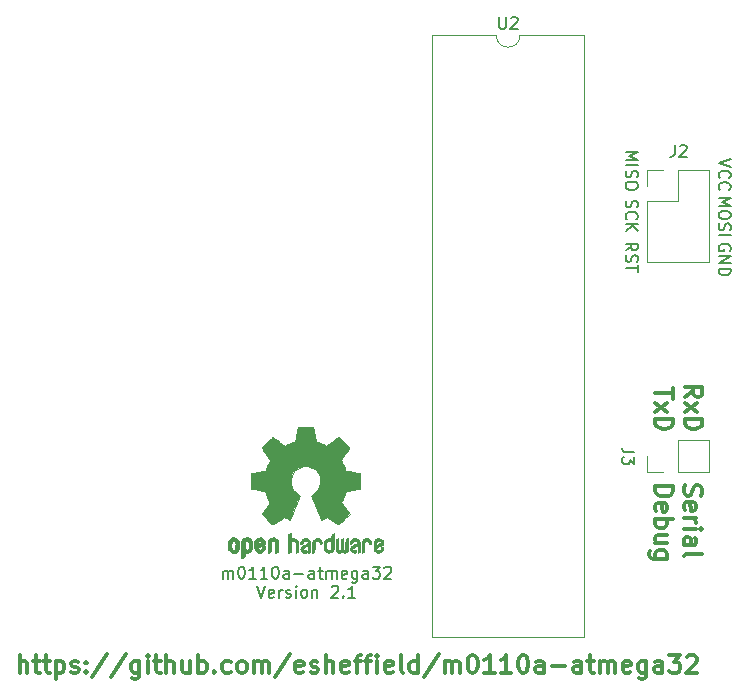
<source format=gbr>
%TF.GenerationSoftware,KiCad,Pcbnew,7.0.7*%
%TF.CreationDate,2024-02-24T19:25:05-05:00*%
%TF.ProjectId,m0110a_atmega32_thru_hole_pcb,6d303131-3061-45f6-9174-6d6567613332,rev?*%
%TF.SameCoordinates,Original*%
%TF.FileFunction,Legend,Top*%
%TF.FilePolarity,Positive*%
%FSLAX46Y46*%
G04 Gerber Fmt 4.6, Leading zero omitted, Abs format (unit mm)*
G04 Created by KiCad (PCBNEW 7.0.7) date 2024-02-24 19:25:05*
%MOMM*%
%LPD*%
G01*
G04 APERTURE LIST*
%ADD10C,0.300000*%
%ADD11C,0.150000*%
%ADD12C,0.152400*%
%ADD13C,0.120000*%
%ADD14C,0.010000*%
%ADD15R,1.700000X1.700000*%
%ADD16O,1.700000X1.700000*%
%ADD17R,1.600000X1.600000*%
%ADD18O,1.600000X1.600000*%
G04 APERTURE END LIST*
D10*
X150462800Y-107010682D02*
X150391371Y-107224968D01*
X150391371Y-107224968D02*
X150391371Y-107582110D01*
X150391371Y-107582110D02*
X150462800Y-107724968D01*
X150462800Y-107724968D02*
X150534228Y-107796396D01*
X150534228Y-107796396D02*
X150677085Y-107867825D01*
X150677085Y-107867825D02*
X150819942Y-107867825D01*
X150819942Y-107867825D02*
X150962800Y-107796396D01*
X150962800Y-107796396D02*
X151034228Y-107724968D01*
X151034228Y-107724968D02*
X151105657Y-107582110D01*
X151105657Y-107582110D02*
X151177085Y-107296396D01*
X151177085Y-107296396D02*
X151248514Y-107153539D01*
X151248514Y-107153539D02*
X151319942Y-107082110D01*
X151319942Y-107082110D02*
X151462800Y-107010682D01*
X151462800Y-107010682D02*
X151605657Y-107010682D01*
X151605657Y-107010682D02*
X151748514Y-107082110D01*
X151748514Y-107082110D02*
X151819942Y-107153539D01*
X151819942Y-107153539D02*
X151891371Y-107296396D01*
X151891371Y-107296396D02*
X151891371Y-107653539D01*
X151891371Y-107653539D02*
X151819942Y-107867825D01*
X150462800Y-109082110D02*
X150391371Y-108939253D01*
X150391371Y-108939253D02*
X150391371Y-108653539D01*
X150391371Y-108653539D02*
X150462800Y-108510681D01*
X150462800Y-108510681D02*
X150605657Y-108439253D01*
X150605657Y-108439253D02*
X151177085Y-108439253D01*
X151177085Y-108439253D02*
X151319942Y-108510681D01*
X151319942Y-108510681D02*
X151391371Y-108653539D01*
X151391371Y-108653539D02*
X151391371Y-108939253D01*
X151391371Y-108939253D02*
X151319942Y-109082110D01*
X151319942Y-109082110D02*
X151177085Y-109153539D01*
X151177085Y-109153539D02*
X151034228Y-109153539D01*
X151034228Y-109153539D02*
X150891371Y-108439253D01*
X150391371Y-109796395D02*
X151391371Y-109796395D01*
X151105657Y-109796395D02*
X151248514Y-109867824D01*
X151248514Y-109867824D02*
X151319942Y-109939253D01*
X151319942Y-109939253D02*
X151391371Y-110082110D01*
X151391371Y-110082110D02*
X151391371Y-110224967D01*
X150391371Y-110724966D02*
X151391371Y-110724966D01*
X151891371Y-110724966D02*
X151819942Y-110653538D01*
X151819942Y-110653538D02*
X151748514Y-110724966D01*
X151748514Y-110724966D02*
X151819942Y-110796395D01*
X151819942Y-110796395D02*
X151891371Y-110724966D01*
X151891371Y-110724966D02*
X151748514Y-110724966D01*
X150391371Y-112082110D02*
X151177085Y-112082110D01*
X151177085Y-112082110D02*
X151319942Y-112010681D01*
X151319942Y-112010681D02*
X151391371Y-111867824D01*
X151391371Y-111867824D02*
X151391371Y-111582110D01*
X151391371Y-111582110D02*
X151319942Y-111439252D01*
X150462800Y-112082110D02*
X150391371Y-111939252D01*
X150391371Y-111939252D02*
X150391371Y-111582110D01*
X150391371Y-111582110D02*
X150462800Y-111439252D01*
X150462800Y-111439252D02*
X150605657Y-111367824D01*
X150605657Y-111367824D02*
X150748514Y-111367824D01*
X150748514Y-111367824D02*
X150891371Y-111439252D01*
X150891371Y-111439252D02*
X150962800Y-111582110D01*
X150962800Y-111582110D02*
X150962800Y-111939252D01*
X150962800Y-111939252D02*
X151034228Y-112082110D01*
X150391371Y-113010681D02*
X150462800Y-112867824D01*
X150462800Y-112867824D02*
X150605657Y-112796395D01*
X150605657Y-112796395D02*
X151891371Y-112796395D01*
X147976371Y-107082110D02*
X149476371Y-107082110D01*
X149476371Y-107082110D02*
X149476371Y-107439253D01*
X149476371Y-107439253D02*
X149404942Y-107653539D01*
X149404942Y-107653539D02*
X149262085Y-107796396D01*
X149262085Y-107796396D02*
X149119228Y-107867825D01*
X149119228Y-107867825D02*
X148833514Y-107939253D01*
X148833514Y-107939253D02*
X148619228Y-107939253D01*
X148619228Y-107939253D02*
X148333514Y-107867825D01*
X148333514Y-107867825D02*
X148190657Y-107796396D01*
X148190657Y-107796396D02*
X148047800Y-107653539D01*
X148047800Y-107653539D02*
X147976371Y-107439253D01*
X147976371Y-107439253D02*
X147976371Y-107082110D01*
X148047800Y-109153539D02*
X147976371Y-109010682D01*
X147976371Y-109010682D02*
X147976371Y-108724968D01*
X147976371Y-108724968D02*
X148047800Y-108582110D01*
X148047800Y-108582110D02*
X148190657Y-108510682D01*
X148190657Y-108510682D02*
X148762085Y-108510682D01*
X148762085Y-108510682D02*
X148904942Y-108582110D01*
X148904942Y-108582110D02*
X148976371Y-108724968D01*
X148976371Y-108724968D02*
X148976371Y-109010682D01*
X148976371Y-109010682D02*
X148904942Y-109153539D01*
X148904942Y-109153539D02*
X148762085Y-109224968D01*
X148762085Y-109224968D02*
X148619228Y-109224968D01*
X148619228Y-109224968D02*
X148476371Y-108510682D01*
X147976371Y-109867824D02*
X149476371Y-109867824D01*
X148904942Y-109867824D02*
X148976371Y-110010682D01*
X148976371Y-110010682D02*
X148976371Y-110296396D01*
X148976371Y-110296396D02*
X148904942Y-110439253D01*
X148904942Y-110439253D02*
X148833514Y-110510682D01*
X148833514Y-110510682D02*
X148690657Y-110582110D01*
X148690657Y-110582110D02*
X148262085Y-110582110D01*
X148262085Y-110582110D02*
X148119228Y-110510682D01*
X148119228Y-110510682D02*
X148047800Y-110439253D01*
X148047800Y-110439253D02*
X147976371Y-110296396D01*
X147976371Y-110296396D02*
X147976371Y-110010682D01*
X147976371Y-110010682D02*
X148047800Y-109867824D01*
X148976371Y-111867825D02*
X147976371Y-111867825D01*
X148976371Y-111224967D02*
X148190657Y-111224967D01*
X148190657Y-111224967D02*
X148047800Y-111296396D01*
X148047800Y-111296396D02*
X147976371Y-111439253D01*
X147976371Y-111439253D02*
X147976371Y-111653539D01*
X147976371Y-111653539D02*
X148047800Y-111796396D01*
X148047800Y-111796396D02*
X148119228Y-111867825D01*
X148976371Y-113224968D02*
X147762085Y-113224968D01*
X147762085Y-113224968D02*
X147619228Y-113153539D01*
X147619228Y-113153539D02*
X147547800Y-113082110D01*
X147547800Y-113082110D02*
X147476371Y-112939253D01*
X147476371Y-112939253D02*
X147476371Y-112724968D01*
X147476371Y-112724968D02*
X147547800Y-112582110D01*
X148047800Y-113224968D02*
X147976371Y-113082110D01*
X147976371Y-113082110D02*
X147976371Y-112796396D01*
X147976371Y-112796396D02*
X148047800Y-112653539D01*
X148047800Y-112653539D02*
X148119228Y-112582110D01*
X148119228Y-112582110D02*
X148262085Y-112510682D01*
X148262085Y-112510682D02*
X148690657Y-112510682D01*
X148690657Y-112510682D02*
X148833514Y-112582110D01*
X148833514Y-112582110D02*
X148904942Y-112653539D01*
X148904942Y-112653539D02*
X148976371Y-112796396D01*
X148976371Y-112796396D02*
X148976371Y-113082110D01*
X148976371Y-113082110D02*
X148904942Y-113224968D01*
D11*
X154295361Y-87118988D02*
X154342980Y-87023750D01*
X154342980Y-87023750D02*
X154342980Y-86880893D01*
X154342980Y-86880893D02*
X154295361Y-86738036D01*
X154295361Y-86738036D02*
X154200123Y-86642798D01*
X154200123Y-86642798D02*
X154104885Y-86595179D01*
X154104885Y-86595179D02*
X153914409Y-86547560D01*
X153914409Y-86547560D02*
X153771552Y-86547560D01*
X153771552Y-86547560D02*
X153581076Y-86595179D01*
X153581076Y-86595179D02*
X153485838Y-86642798D01*
X153485838Y-86642798D02*
X153390600Y-86738036D01*
X153390600Y-86738036D02*
X153342980Y-86880893D01*
X153342980Y-86880893D02*
X153342980Y-86976131D01*
X153342980Y-86976131D02*
X153390600Y-87118988D01*
X153390600Y-87118988D02*
X153438219Y-87166607D01*
X153438219Y-87166607D02*
X153771552Y-87166607D01*
X153771552Y-87166607D02*
X153771552Y-86976131D01*
X153342980Y-87595179D02*
X154342980Y-87595179D01*
X154342980Y-87595179D02*
X153342980Y-88166607D01*
X153342980Y-88166607D02*
X154342980Y-88166607D01*
X153342980Y-88642798D02*
X154342980Y-88642798D01*
X154342980Y-88642798D02*
X154342980Y-88880893D01*
X154342980Y-88880893D02*
X154295361Y-89023750D01*
X154295361Y-89023750D02*
X154200123Y-89118988D01*
X154200123Y-89118988D02*
X154104885Y-89166607D01*
X154104885Y-89166607D02*
X153914409Y-89214226D01*
X153914409Y-89214226D02*
X153771552Y-89214226D01*
X153771552Y-89214226D02*
X153581076Y-89166607D01*
X153581076Y-89166607D02*
X153485838Y-89118988D01*
X153485838Y-89118988D02*
X153390600Y-89023750D01*
X153390600Y-89023750D02*
X153342980Y-88880893D01*
X153342980Y-88880893D02*
X153342980Y-88642798D01*
X145468980Y-87115807D02*
X145945171Y-86782474D01*
X145468980Y-86544379D02*
X146468980Y-86544379D01*
X146468980Y-86544379D02*
X146468980Y-86925331D01*
X146468980Y-86925331D02*
X146421361Y-87020569D01*
X146421361Y-87020569D02*
X146373742Y-87068188D01*
X146373742Y-87068188D02*
X146278504Y-87115807D01*
X146278504Y-87115807D02*
X146135647Y-87115807D01*
X146135647Y-87115807D02*
X146040409Y-87068188D01*
X146040409Y-87068188D02*
X145992790Y-87020569D01*
X145992790Y-87020569D02*
X145945171Y-86925331D01*
X145945171Y-86925331D02*
X145945171Y-86544379D01*
X145516600Y-87496760D02*
X145468980Y-87639617D01*
X145468980Y-87639617D02*
X145468980Y-87877712D01*
X145468980Y-87877712D02*
X145516600Y-87972950D01*
X145516600Y-87972950D02*
X145564219Y-88020569D01*
X145564219Y-88020569D02*
X145659457Y-88068188D01*
X145659457Y-88068188D02*
X145754695Y-88068188D01*
X145754695Y-88068188D02*
X145849933Y-88020569D01*
X145849933Y-88020569D02*
X145897552Y-87972950D01*
X145897552Y-87972950D02*
X145945171Y-87877712D01*
X145945171Y-87877712D02*
X145992790Y-87687236D01*
X145992790Y-87687236D02*
X146040409Y-87591998D01*
X146040409Y-87591998D02*
X146088028Y-87544379D01*
X146088028Y-87544379D02*
X146183266Y-87496760D01*
X146183266Y-87496760D02*
X146278504Y-87496760D01*
X146278504Y-87496760D02*
X146373742Y-87544379D01*
X146373742Y-87544379D02*
X146421361Y-87591998D01*
X146421361Y-87591998D02*
X146468980Y-87687236D01*
X146468980Y-87687236D02*
X146468980Y-87925331D01*
X146468980Y-87925331D02*
X146421361Y-88068188D01*
X146468980Y-88353903D02*
X146468980Y-88925331D01*
X145468980Y-88639617D02*
X146468980Y-88639617D01*
X154342980Y-79391122D02*
X153342980Y-79724455D01*
X153342980Y-79724455D02*
X154342980Y-80057788D01*
X153438219Y-80962550D02*
X153390600Y-80914931D01*
X153390600Y-80914931D02*
X153342980Y-80772074D01*
X153342980Y-80772074D02*
X153342980Y-80676836D01*
X153342980Y-80676836D02*
X153390600Y-80533979D01*
X153390600Y-80533979D02*
X153485838Y-80438741D01*
X153485838Y-80438741D02*
X153581076Y-80391122D01*
X153581076Y-80391122D02*
X153771552Y-80343503D01*
X153771552Y-80343503D02*
X153914409Y-80343503D01*
X153914409Y-80343503D02*
X154104885Y-80391122D01*
X154104885Y-80391122D02*
X154200123Y-80438741D01*
X154200123Y-80438741D02*
X154295361Y-80533979D01*
X154295361Y-80533979D02*
X154342980Y-80676836D01*
X154342980Y-80676836D02*
X154342980Y-80772074D01*
X154342980Y-80772074D02*
X154295361Y-80914931D01*
X154295361Y-80914931D02*
X154247742Y-80962550D01*
X153438219Y-81962550D02*
X153390600Y-81914931D01*
X153390600Y-81914931D02*
X153342980Y-81772074D01*
X153342980Y-81772074D02*
X153342980Y-81676836D01*
X153342980Y-81676836D02*
X153390600Y-81533979D01*
X153390600Y-81533979D02*
X153485838Y-81438741D01*
X153485838Y-81438741D02*
X153581076Y-81391122D01*
X153581076Y-81391122D02*
X153771552Y-81343503D01*
X153771552Y-81343503D02*
X153914409Y-81343503D01*
X153914409Y-81343503D02*
X154104885Y-81391122D01*
X154104885Y-81391122D02*
X154200123Y-81438741D01*
X154200123Y-81438741D02*
X154295361Y-81533979D01*
X154295361Y-81533979D02*
X154342980Y-81676836D01*
X154342980Y-81676836D02*
X154342980Y-81772074D01*
X154342980Y-81772074D02*
X154295361Y-81914931D01*
X154295361Y-81914931D02*
X154247742Y-81962550D01*
X145516600Y-82889960D02*
X145468980Y-83032817D01*
X145468980Y-83032817D02*
X145468980Y-83270912D01*
X145468980Y-83270912D02*
X145516600Y-83366150D01*
X145516600Y-83366150D02*
X145564219Y-83413769D01*
X145564219Y-83413769D02*
X145659457Y-83461388D01*
X145659457Y-83461388D02*
X145754695Y-83461388D01*
X145754695Y-83461388D02*
X145849933Y-83413769D01*
X145849933Y-83413769D02*
X145897552Y-83366150D01*
X145897552Y-83366150D02*
X145945171Y-83270912D01*
X145945171Y-83270912D02*
X145992790Y-83080436D01*
X145992790Y-83080436D02*
X146040409Y-82985198D01*
X146040409Y-82985198D02*
X146088028Y-82937579D01*
X146088028Y-82937579D02*
X146183266Y-82889960D01*
X146183266Y-82889960D02*
X146278504Y-82889960D01*
X146278504Y-82889960D02*
X146373742Y-82937579D01*
X146373742Y-82937579D02*
X146421361Y-82985198D01*
X146421361Y-82985198D02*
X146468980Y-83080436D01*
X146468980Y-83080436D02*
X146468980Y-83318531D01*
X146468980Y-83318531D02*
X146421361Y-83461388D01*
X145564219Y-84461388D02*
X145516600Y-84413769D01*
X145516600Y-84413769D02*
X145468980Y-84270912D01*
X145468980Y-84270912D02*
X145468980Y-84175674D01*
X145468980Y-84175674D02*
X145516600Y-84032817D01*
X145516600Y-84032817D02*
X145611838Y-83937579D01*
X145611838Y-83937579D02*
X145707076Y-83889960D01*
X145707076Y-83889960D02*
X145897552Y-83842341D01*
X145897552Y-83842341D02*
X146040409Y-83842341D01*
X146040409Y-83842341D02*
X146230885Y-83889960D01*
X146230885Y-83889960D02*
X146326123Y-83937579D01*
X146326123Y-83937579D02*
X146421361Y-84032817D01*
X146421361Y-84032817D02*
X146468980Y-84175674D01*
X146468980Y-84175674D02*
X146468980Y-84270912D01*
X146468980Y-84270912D02*
X146421361Y-84413769D01*
X146421361Y-84413769D02*
X146373742Y-84461388D01*
X145468980Y-84889960D02*
X146468980Y-84889960D01*
X145468980Y-85461388D02*
X146040409Y-85032817D01*
X146468980Y-85461388D02*
X145897552Y-84889960D01*
X153342980Y-82683579D02*
X154342980Y-82683579D01*
X154342980Y-82683579D02*
X153628695Y-83016912D01*
X153628695Y-83016912D02*
X154342980Y-83350245D01*
X154342980Y-83350245D02*
X153342980Y-83350245D01*
X154342980Y-84016912D02*
X154342980Y-84207388D01*
X154342980Y-84207388D02*
X154295361Y-84302626D01*
X154295361Y-84302626D02*
X154200123Y-84397864D01*
X154200123Y-84397864D02*
X154009647Y-84445483D01*
X154009647Y-84445483D02*
X153676314Y-84445483D01*
X153676314Y-84445483D02*
X153485838Y-84397864D01*
X153485838Y-84397864D02*
X153390600Y-84302626D01*
X153390600Y-84302626D02*
X153342980Y-84207388D01*
X153342980Y-84207388D02*
X153342980Y-84016912D01*
X153342980Y-84016912D02*
X153390600Y-83921674D01*
X153390600Y-83921674D02*
X153485838Y-83826436D01*
X153485838Y-83826436D02*
X153676314Y-83778817D01*
X153676314Y-83778817D02*
X154009647Y-83778817D01*
X154009647Y-83778817D02*
X154200123Y-83826436D01*
X154200123Y-83826436D02*
X154295361Y-83921674D01*
X154295361Y-83921674D02*
X154342980Y-84016912D01*
X153390600Y-84826436D02*
X153342980Y-84969293D01*
X153342980Y-84969293D02*
X153342980Y-85207388D01*
X153342980Y-85207388D02*
X153390600Y-85302626D01*
X153390600Y-85302626D02*
X153438219Y-85350245D01*
X153438219Y-85350245D02*
X153533457Y-85397864D01*
X153533457Y-85397864D02*
X153628695Y-85397864D01*
X153628695Y-85397864D02*
X153723933Y-85350245D01*
X153723933Y-85350245D02*
X153771552Y-85302626D01*
X153771552Y-85302626D02*
X153819171Y-85207388D01*
X153819171Y-85207388D02*
X153866790Y-85016912D01*
X153866790Y-85016912D02*
X153914409Y-84921674D01*
X153914409Y-84921674D02*
X153962028Y-84874055D01*
X153962028Y-84874055D02*
X154057266Y-84826436D01*
X154057266Y-84826436D02*
X154152504Y-84826436D01*
X154152504Y-84826436D02*
X154247742Y-84874055D01*
X154247742Y-84874055D02*
X154295361Y-84921674D01*
X154295361Y-84921674D02*
X154342980Y-85016912D01*
X154342980Y-85016912D02*
X154342980Y-85255007D01*
X154342980Y-85255007D02*
X154295361Y-85397864D01*
X153342980Y-85826436D02*
X154342980Y-85826436D01*
X145468980Y-78771979D02*
X146468980Y-78771979D01*
X146468980Y-78771979D02*
X145754695Y-79105312D01*
X145754695Y-79105312D02*
X146468980Y-79438645D01*
X146468980Y-79438645D02*
X145468980Y-79438645D01*
X145468980Y-79914836D02*
X146468980Y-79914836D01*
X145516600Y-80343407D02*
X145468980Y-80486264D01*
X145468980Y-80486264D02*
X145468980Y-80724359D01*
X145468980Y-80724359D02*
X145516600Y-80819597D01*
X145516600Y-80819597D02*
X145564219Y-80867216D01*
X145564219Y-80867216D02*
X145659457Y-80914835D01*
X145659457Y-80914835D02*
X145754695Y-80914835D01*
X145754695Y-80914835D02*
X145849933Y-80867216D01*
X145849933Y-80867216D02*
X145897552Y-80819597D01*
X145897552Y-80819597D02*
X145945171Y-80724359D01*
X145945171Y-80724359D02*
X145992790Y-80533883D01*
X145992790Y-80533883D02*
X146040409Y-80438645D01*
X146040409Y-80438645D02*
X146088028Y-80391026D01*
X146088028Y-80391026D02*
X146183266Y-80343407D01*
X146183266Y-80343407D02*
X146278504Y-80343407D01*
X146278504Y-80343407D02*
X146373742Y-80391026D01*
X146373742Y-80391026D02*
X146421361Y-80438645D01*
X146421361Y-80438645D02*
X146468980Y-80533883D01*
X146468980Y-80533883D02*
X146468980Y-80771978D01*
X146468980Y-80771978D02*
X146421361Y-80914835D01*
X146468980Y-81533883D02*
X146468980Y-81724359D01*
X146468980Y-81724359D02*
X146421361Y-81819597D01*
X146421361Y-81819597D02*
X146326123Y-81914835D01*
X146326123Y-81914835D02*
X146135647Y-81962454D01*
X146135647Y-81962454D02*
X145802314Y-81962454D01*
X145802314Y-81962454D02*
X145611838Y-81914835D01*
X145611838Y-81914835D02*
X145516600Y-81819597D01*
X145516600Y-81819597D02*
X145468980Y-81724359D01*
X145468980Y-81724359D02*
X145468980Y-81533883D01*
X145468980Y-81533883D02*
X145516600Y-81438645D01*
X145516600Y-81438645D02*
X145611838Y-81343407D01*
X145611838Y-81343407D02*
X145802314Y-81295788D01*
X145802314Y-81295788D02*
X146135647Y-81295788D01*
X146135647Y-81295788D02*
X146326123Y-81343407D01*
X146326123Y-81343407D02*
X146421361Y-81438645D01*
X146421361Y-81438645D02*
X146468980Y-81533883D01*
D10*
X149476371Y-98790625D02*
X149476371Y-99647768D01*
X147976371Y-99219196D02*
X149476371Y-99219196D01*
X147976371Y-100004910D02*
X148976371Y-100790625D01*
X148976371Y-100004910D02*
X147976371Y-100790625D01*
X147976371Y-101362053D02*
X149476371Y-101362053D01*
X149476371Y-101362053D02*
X149476371Y-101719196D01*
X149476371Y-101719196D02*
X149404942Y-101933482D01*
X149404942Y-101933482D02*
X149262085Y-102076339D01*
X149262085Y-102076339D02*
X149119228Y-102147768D01*
X149119228Y-102147768D02*
X148833514Y-102219196D01*
X148833514Y-102219196D02*
X148619228Y-102219196D01*
X148619228Y-102219196D02*
X148333514Y-102147768D01*
X148333514Y-102147768D02*
X148190657Y-102076339D01*
X148190657Y-102076339D02*
X148047800Y-101933482D01*
X148047800Y-101933482D02*
X147976371Y-101719196D01*
X147976371Y-101719196D02*
X147976371Y-101362053D01*
X94153510Y-122863828D02*
X94153510Y-121363828D01*
X94796368Y-122863828D02*
X94796368Y-122078114D01*
X94796368Y-122078114D02*
X94724939Y-121935257D01*
X94724939Y-121935257D02*
X94582082Y-121863828D01*
X94582082Y-121863828D02*
X94367796Y-121863828D01*
X94367796Y-121863828D02*
X94224939Y-121935257D01*
X94224939Y-121935257D02*
X94153510Y-122006685D01*
X95296368Y-121863828D02*
X95867796Y-121863828D01*
X95510653Y-121363828D02*
X95510653Y-122649542D01*
X95510653Y-122649542D02*
X95582082Y-122792400D01*
X95582082Y-122792400D02*
X95724939Y-122863828D01*
X95724939Y-122863828D02*
X95867796Y-122863828D01*
X96153511Y-121863828D02*
X96724939Y-121863828D01*
X96367796Y-121363828D02*
X96367796Y-122649542D01*
X96367796Y-122649542D02*
X96439225Y-122792400D01*
X96439225Y-122792400D02*
X96582082Y-122863828D01*
X96582082Y-122863828D02*
X96724939Y-122863828D01*
X97224939Y-121863828D02*
X97224939Y-123363828D01*
X97224939Y-121935257D02*
X97367797Y-121863828D01*
X97367797Y-121863828D02*
X97653511Y-121863828D01*
X97653511Y-121863828D02*
X97796368Y-121935257D01*
X97796368Y-121935257D02*
X97867797Y-122006685D01*
X97867797Y-122006685D02*
X97939225Y-122149542D01*
X97939225Y-122149542D02*
X97939225Y-122578114D01*
X97939225Y-122578114D02*
X97867797Y-122720971D01*
X97867797Y-122720971D02*
X97796368Y-122792400D01*
X97796368Y-122792400D02*
X97653511Y-122863828D01*
X97653511Y-122863828D02*
X97367797Y-122863828D01*
X97367797Y-122863828D02*
X97224939Y-122792400D01*
X98510654Y-122792400D02*
X98653511Y-122863828D01*
X98653511Y-122863828D02*
X98939225Y-122863828D01*
X98939225Y-122863828D02*
X99082082Y-122792400D01*
X99082082Y-122792400D02*
X99153511Y-122649542D01*
X99153511Y-122649542D02*
X99153511Y-122578114D01*
X99153511Y-122578114D02*
X99082082Y-122435257D01*
X99082082Y-122435257D02*
X98939225Y-122363828D01*
X98939225Y-122363828D02*
X98724940Y-122363828D01*
X98724940Y-122363828D02*
X98582082Y-122292400D01*
X98582082Y-122292400D02*
X98510654Y-122149542D01*
X98510654Y-122149542D02*
X98510654Y-122078114D01*
X98510654Y-122078114D02*
X98582082Y-121935257D01*
X98582082Y-121935257D02*
X98724940Y-121863828D01*
X98724940Y-121863828D02*
X98939225Y-121863828D01*
X98939225Y-121863828D02*
X99082082Y-121935257D01*
X99796368Y-122720971D02*
X99867797Y-122792400D01*
X99867797Y-122792400D02*
X99796368Y-122863828D01*
X99796368Y-122863828D02*
X99724940Y-122792400D01*
X99724940Y-122792400D02*
X99796368Y-122720971D01*
X99796368Y-122720971D02*
X99796368Y-122863828D01*
X99796368Y-121935257D02*
X99867797Y-122006685D01*
X99867797Y-122006685D02*
X99796368Y-122078114D01*
X99796368Y-122078114D02*
X99724940Y-122006685D01*
X99724940Y-122006685D02*
X99796368Y-121935257D01*
X99796368Y-121935257D02*
X99796368Y-122078114D01*
X101582083Y-121292400D02*
X100296369Y-123220971D01*
X103153512Y-121292400D02*
X101867798Y-123220971D01*
X104296370Y-121863828D02*
X104296370Y-123078114D01*
X104296370Y-123078114D02*
X104224941Y-123220971D01*
X104224941Y-123220971D02*
X104153512Y-123292400D01*
X104153512Y-123292400D02*
X104010655Y-123363828D01*
X104010655Y-123363828D02*
X103796370Y-123363828D01*
X103796370Y-123363828D02*
X103653512Y-123292400D01*
X104296370Y-122792400D02*
X104153512Y-122863828D01*
X104153512Y-122863828D02*
X103867798Y-122863828D01*
X103867798Y-122863828D02*
X103724941Y-122792400D01*
X103724941Y-122792400D02*
X103653512Y-122720971D01*
X103653512Y-122720971D02*
X103582084Y-122578114D01*
X103582084Y-122578114D02*
X103582084Y-122149542D01*
X103582084Y-122149542D02*
X103653512Y-122006685D01*
X103653512Y-122006685D02*
X103724941Y-121935257D01*
X103724941Y-121935257D02*
X103867798Y-121863828D01*
X103867798Y-121863828D02*
X104153512Y-121863828D01*
X104153512Y-121863828D02*
X104296370Y-121935257D01*
X105010655Y-122863828D02*
X105010655Y-121863828D01*
X105010655Y-121363828D02*
X104939227Y-121435257D01*
X104939227Y-121435257D02*
X105010655Y-121506685D01*
X105010655Y-121506685D02*
X105082084Y-121435257D01*
X105082084Y-121435257D02*
X105010655Y-121363828D01*
X105010655Y-121363828D02*
X105010655Y-121506685D01*
X105510656Y-121863828D02*
X106082084Y-121863828D01*
X105724941Y-121363828D02*
X105724941Y-122649542D01*
X105724941Y-122649542D02*
X105796370Y-122792400D01*
X105796370Y-122792400D02*
X105939227Y-122863828D01*
X105939227Y-122863828D02*
X106082084Y-122863828D01*
X106582084Y-122863828D02*
X106582084Y-121363828D01*
X107224942Y-122863828D02*
X107224942Y-122078114D01*
X107224942Y-122078114D02*
X107153513Y-121935257D01*
X107153513Y-121935257D02*
X107010656Y-121863828D01*
X107010656Y-121863828D02*
X106796370Y-121863828D01*
X106796370Y-121863828D02*
X106653513Y-121935257D01*
X106653513Y-121935257D02*
X106582084Y-122006685D01*
X108582085Y-121863828D02*
X108582085Y-122863828D01*
X107939227Y-121863828D02*
X107939227Y-122649542D01*
X107939227Y-122649542D02*
X108010656Y-122792400D01*
X108010656Y-122792400D02*
X108153513Y-122863828D01*
X108153513Y-122863828D02*
X108367799Y-122863828D01*
X108367799Y-122863828D02*
X108510656Y-122792400D01*
X108510656Y-122792400D02*
X108582085Y-122720971D01*
X109296370Y-122863828D02*
X109296370Y-121363828D01*
X109296370Y-121935257D02*
X109439228Y-121863828D01*
X109439228Y-121863828D02*
X109724942Y-121863828D01*
X109724942Y-121863828D02*
X109867799Y-121935257D01*
X109867799Y-121935257D02*
X109939228Y-122006685D01*
X109939228Y-122006685D02*
X110010656Y-122149542D01*
X110010656Y-122149542D02*
X110010656Y-122578114D01*
X110010656Y-122578114D02*
X109939228Y-122720971D01*
X109939228Y-122720971D02*
X109867799Y-122792400D01*
X109867799Y-122792400D02*
X109724942Y-122863828D01*
X109724942Y-122863828D02*
X109439228Y-122863828D01*
X109439228Y-122863828D02*
X109296370Y-122792400D01*
X110653513Y-122720971D02*
X110724942Y-122792400D01*
X110724942Y-122792400D02*
X110653513Y-122863828D01*
X110653513Y-122863828D02*
X110582085Y-122792400D01*
X110582085Y-122792400D02*
X110653513Y-122720971D01*
X110653513Y-122720971D02*
X110653513Y-122863828D01*
X112010657Y-122792400D02*
X111867799Y-122863828D01*
X111867799Y-122863828D02*
X111582085Y-122863828D01*
X111582085Y-122863828D02*
X111439228Y-122792400D01*
X111439228Y-122792400D02*
X111367799Y-122720971D01*
X111367799Y-122720971D02*
X111296371Y-122578114D01*
X111296371Y-122578114D02*
X111296371Y-122149542D01*
X111296371Y-122149542D02*
X111367799Y-122006685D01*
X111367799Y-122006685D02*
X111439228Y-121935257D01*
X111439228Y-121935257D02*
X111582085Y-121863828D01*
X111582085Y-121863828D02*
X111867799Y-121863828D01*
X111867799Y-121863828D02*
X112010657Y-121935257D01*
X112867799Y-122863828D02*
X112724942Y-122792400D01*
X112724942Y-122792400D02*
X112653513Y-122720971D01*
X112653513Y-122720971D02*
X112582085Y-122578114D01*
X112582085Y-122578114D02*
X112582085Y-122149542D01*
X112582085Y-122149542D02*
X112653513Y-122006685D01*
X112653513Y-122006685D02*
X112724942Y-121935257D01*
X112724942Y-121935257D02*
X112867799Y-121863828D01*
X112867799Y-121863828D02*
X113082085Y-121863828D01*
X113082085Y-121863828D02*
X113224942Y-121935257D01*
X113224942Y-121935257D02*
X113296371Y-122006685D01*
X113296371Y-122006685D02*
X113367799Y-122149542D01*
X113367799Y-122149542D02*
X113367799Y-122578114D01*
X113367799Y-122578114D02*
X113296371Y-122720971D01*
X113296371Y-122720971D02*
X113224942Y-122792400D01*
X113224942Y-122792400D02*
X113082085Y-122863828D01*
X113082085Y-122863828D02*
X112867799Y-122863828D01*
X114010656Y-122863828D02*
X114010656Y-121863828D01*
X114010656Y-122006685D02*
X114082085Y-121935257D01*
X114082085Y-121935257D02*
X114224942Y-121863828D01*
X114224942Y-121863828D02*
X114439228Y-121863828D01*
X114439228Y-121863828D02*
X114582085Y-121935257D01*
X114582085Y-121935257D02*
X114653514Y-122078114D01*
X114653514Y-122078114D02*
X114653514Y-122863828D01*
X114653514Y-122078114D02*
X114724942Y-121935257D01*
X114724942Y-121935257D02*
X114867799Y-121863828D01*
X114867799Y-121863828D02*
X115082085Y-121863828D01*
X115082085Y-121863828D02*
X115224942Y-121935257D01*
X115224942Y-121935257D02*
X115296371Y-122078114D01*
X115296371Y-122078114D02*
X115296371Y-122863828D01*
X117082085Y-121292400D02*
X115796371Y-123220971D01*
X118153514Y-122792400D02*
X118010657Y-122863828D01*
X118010657Y-122863828D02*
X117724943Y-122863828D01*
X117724943Y-122863828D02*
X117582085Y-122792400D01*
X117582085Y-122792400D02*
X117510657Y-122649542D01*
X117510657Y-122649542D02*
X117510657Y-122078114D01*
X117510657Y-122078114D02*
X117582085Y-121935257D01*
X117582085Y-121935257D02*
X117724943Y-121863828D01*
X117724943Y-121863828D02*
X118010657Y-121863828D01*
X118010657Y-121863828D02*
X118153514Y-121935257D01*
X118153514Y-121935257D02*
X118224943Y-122078114D01*
X118224943Y-122078114D02*
X118224943Y-122220971D01*
X118224943Y-122220971D02*
X117510657Y-122363828D01*
X118796371Y-122792400D02*
X118939228Y-122863828D01*
X118939228Y-122863828D02*
X119224942Y-122863828D01*
X119224942Y-122863828D02*
X119367799Y-122792400D01*
X119367799Y-122792400D02*
X119439228Y-122649542D01*
X119439228Y-122649542D02*
X119439228Y-122578114D01*
X119439228Y-122578114D02*
X119367799Y-122435257D01*
X119367799Y-122435257D02*
X119224942Y-122363828D01*
X119224942Y-122363828D02*
X119010657Y-122363828D01*
X119010657Y-122363828D02*
X118867799Y-122292400D01*
X118867799Y-122292400D02*
X118796371Y-122149542D01*
X118796371Y-122149542D02*
X118796371Y-122078114D01*
X118796371Y-122078114D02*
X118867799Y-121935257D01*
X118867799Y-121935257D02*
X119010657Y-121863828D01*
X119010657Y-121863828D02*
X119224942Y-121863828D01*
X119224942Y-121863828D02*
X119367799Y-121935257D01*
X120082085Y-122863828D02*
X120082085Y-121363828D01*
X120724943Y-122863828D02*
X120724943Y-122078114D01*
X120724943Y-122078114D02*
X120653514Y-121935257D01*
X120653514Y-121935257D02*
X120510657Y-121863828D01*
X120510657Y-121863828D02*
X120296371Y-121863828D01*
X120296371Y-121863828D02*
X120153514Y-121935257D01*
X120153514Y-121935257D02*
X120082085Y-122006685D01*
X122010657Y-122792400D02*
X121867800Y-122863828D01*
X121867800Y-122863828D02*
X121582086Y-122863828D01*
X121582086Y-122863828D02*
X121439228Y-122792400D01*
X121439228Y-122792400D02*
X121367800Y-122649542D01*
X121367800Y-122649542D02*
X121367800Y-122078114D01*
X121367800Y-122078114D02*
X121439228Y-121935257D01*
X121439228Y-121935257D02*
X121582086Y-121863828D01*
X121582086Y-121863828D02*
X121867800Y-121863828D01*
X121867800Y-121863828D02*
X122010657Y-121935257D01*
X122010657Y-121935257D02*
X122082086Y-122078114D01*
X122082086Y-122078114D02*
X122082086Y-122220971D01*
X122082086Y-122220971D02*
X121367800Y-122363828D01*
X122510657Y-121863828D02*
X123082085Y-121863828D01*
X122724942Y-122863828D02*
X122724942Y-121578114D01*
X122724942Y-121578114D02*
X122796371Y-121435257D01*
X122796371Y-121435257D02*
X122939228Y-121363828D01*
X122939228Y-121363828D02*
X123082085Y-121363828D01*
X123367800Y-121863828D02*
X123939228Y-121863828D01*
X123582085Y-122863828D02*
X123582085Y-121578114D01*
X123582085Y-121578114D02*
X123653514Y-121435257D01*
X123653514Y-121435257D02*
X123796371Y-121363828D01*
X123796371Y-121363828D02*
X123939228Y-121363828D01*
X124439228Y-122863828D02*
X124439228Y-121863828D01*
X124439228Y-121363828D02*
X124367800Y-121435257D01*
X124367800Y-121435257D02*
X124439228Y-121506685D01*
X124439228Y-121506685D02*
X124510657Y-121435257D01*
X124510657Y-121435257D02*
X124439228Y-121363828D01*
X124439228Y-121363828D02*
X124439228Y-121506685D01*
X125724943Y-122792400D02*
X125582086Y-122863828D01*
X125582086Y-122863828D02*
X125296372Y-122863828D01*
X125296372Y-122863828D02*
X125153514Y-122792400D01*
X125153514Y-122792400D02*
X125082086Y-122649542D01*
X125082086Y-122649542D02*
X125082086Y-122078114D01*
X125082086Y-122078114D02*
X125153514Y-121935257D01*
X125153514Y-121935257D02*
X125296372Y-121863828D01*
X125296372Y-121863828D02*
X125582086Y-121863828D01*
X125582086Y-121863828D02*
X125724943Y-121935257D01*
X125724943Y-121935257D02*
X125796372Y-122078114D01*
X125796372Y-122078114D02*
X125796372Y-122220971D01*
X125796372Y-122220971D02*
X125082086Y-122363828D01*
X126653514Y-122863828D02*
X126510657Y-122792400D01*
X126510657Y-122792400D02*
X126439228Y-122649542D01*
X126439228Y-122649542D02*
X126439228Y-121363828D01*
X127867800Y-122863828D02*
X127867800Y-121363828D01*
X127867800Y-122792400D02*
X127724942Y-122863828D01*
X127724942Y-122863828D02*
X127439228Y-122863828D01*
X127439228Y-122863828D02*
X127296371Y-122792400D01*
X127296371Y-122792400D02*
X127224942Y-122720971D01*
X127224942Y-122720971D02*
X127153514Y-122578114D01*
X127153514Y-122578114D02*
X127153514Y-122149542D01*
X127153514Y-122149542D02*
X127224942Y-122006685D01*
X127224942Y-122006685D02*
X127296371Y-121935257D01*
X127296371Y-121935257D02*
X127439228Y-121863828D01*
X127439228Y-121863828D02*
X127724942Y-121863828D01*
X127724942Y-121863828D02*
X127867800Y-121935257D01*
X129653514Y-121292400D02*
X128367800Y-123220971D01*
X130153514Y-122863828D02*
X130153514Y-121863828D01*
X130153514Y-122006685D02*
X130224943Y-121935257D01*
X130224943Y-121935257D02*
X130367800Y-121863828D01*
X130367800Y-121863828D02*
X130582086Y-121863828D01*
X130582086Y-121863828D02*
X130724943Y-121935257D01*
X130724943Y-121935257D02*
X130796372Y-122078114D01*
X130796372Y-122078114D02*
X130796372Y-122863828D01*
X130796372Y-122078114D02*
X130867800Y-121935257D01*
X130867800Y-121935257D02*
X131010657Y-121863828D01*
X131010657Y-121863828D02*
X131224943Y-121863828D01*
X131224943Y-121863828D02*
X131367800Y-121935257D01*
X131367800Y-121935257D02*
X131439229Y-122078114D01*
X131439229Y-122078114D02*
X131439229Y-122863828D01*
X132439229Y-121363828D02*
X132582086Y-121363828D01*
X132582086Y-121363828D02*
X132724943Y-121435257D01*
X132724943Y-121435257D02*
X132796372Y-121506685D01*
X132796372Y-121506685D02*
X132867800Y-121649542D01*
X132867800Y-121649542D02*
X132939229Y-121935257D01*
X132939229Y-121935257D02*
X132939229Y-122292400D01*
X132939229Y-122292400D02*
X132867800Y-122578114D01*
X132867800Y-122578114D02*
X132796372Y-122720971D01*
X132796372Y-122720971D02*
X132724943Y-122792400D01*
X132724943Y-122792400D02*
X132582086Y-122863828D01*
X132582086Y-122863828D02*
X132439229Y-122863828D01*
X132439229Y-122863828D02*
X132296372Y-122792400D01*
X132296372Y-122792400D02*
X132224943Y-122720971D01*
X132224943Y-122720971D02*
X132153514Y-122578114D01*
X132153514Y-122578114D02*
X132082086Y-122292400D01*
X132082086Y-122292400D02*
X132082086Y-121935257D01*
X132082086Y-121935257D02*
X132153514Y-121649542D01*
X132153514Y-121649542D02*
X132224943Y-121506685D01*
X132224943Y-121506685D02*
X132296372Y-121435257D01*
X132296372Y-121435257D02*
X132439229Y-121363828D01*
X134367800Y-122863828D02*
X133510657Y-122863828D01*
X133939228Y-122863828D02*
X133939228Y-121363828D01*
X133939228Y-121363828D02*
X133796371Y-121578114D01*
X133796371Y-121578114D02*
X133653514Y-121720971D01*
X133653514Y-121720971D02*
X133510657Y-121792400D01*
X135796371Y-122863828D02*
X134939228Y-122863828D01*
X135367799Y-122863828D02*
X135367799Y-121363828D01*
X135367799Y-121363828D02*
X135224942Y-121578114D01*
X135224942Y-121578114D02*
X135082085Y-121720971D01*
X135082085Y-121720971D02*
X134939228Y-121792400D01*
X136724942Y-121363828D02*
X136867799Y-121363828D01*
X136867799Y-121363828D02*
X137010656Y-121435257D01*
X137010656Y-121435257D02*
X137082085Y-121506685D01*
X137082085Y-121506685D02*
X137153513Y-121649542D01*
X137153513Y-121649542D02*
X137224942Y-121935257D01*
X137224942Y-121935257D02*
X137224942Y-122292400D01*
X137224942Y-122292400D02*
X137153513Y-122578114D01*
X137153513Y-122578114D02*
X137082085Y-122720971D01*
X137082085Y-122720971D02*
X137010656Y-122792400D01*
X137010656Y-122792400D02*
X136867799Y-122863828D01*
X136867799Y-122863828D02*
X136724942Y-122863828D01*
X136724942Y-122863828D02*
X136582085Y-122792400D01*
X136582085Y-122792400D02*
X136510656Y-122720971D01*
X136510656Y-122720971D02*
X136439227Y-122578114D01*
X136439227Y-122578114D02*
X136367799Y-122292400D01*
X136367799Y-122292400D02*
X136367799Y-121935257D01*
X136367799Y-121935257D02*
X136439227Y-121649542D01*
X136439227Y-121649542D02*
X136510656Y-121506685D01*
X136510656Y-121506685D02*
X136582085Y-121435257D01*
X136582085Y-121435257D02*
X136724942Y-121363828D01*
X138510656Y-122863828D02*
X138510656Y-122078114D01*
X138510656Y-122078114D02*
X138439227Y-121935257D01*
X138439227Y-121935257D02*
X138296370Y-121863828D01*
X138296370Y-121863828D02*
X138010656Y-121863828D01*
X138010656Y-121863828D02*
X137867798Y-121935257D01*
X138510656Y-122792400D02*
X138367798Y-122863828D01*
X138367798Y-122863828D02*
X138010656Y-122863828D01*
X138010656Y-122863828D02*
X137867798Y-122792400D01*
X137867798Y-122792400D02*
X137796370Y-122649542D01*
X137796370Y-122649542D02*
X137796370Y-122506685D01*
X137796370Y-122506685D02*
X137867798Y-122363828D01*
X137867798Y-122363828D02*
X138010656Y-122292400D01*
X138010656Y-122292400D02*
X138367798Y-122292400D01*
X138367798Y-122292400D02*
X138510656Y-122220971D01*
X139224941Y-122292400D02*
X140367799Y-122292400D01*
X141724942Y-122863828D02*
X141724942Y-122078114D01*
X141724942Y-122078114D02*
X141653513Y-121935257D01*
X141653513Y-121935257D02*
X141510656Y-121863828D01*
X141510656Y-121863828D02*
X141224942Y-121863828D01*
X141224942Y-121863828D02*
X141082084Y-121935257D01*
X141724942Y-122792400D02*
X141582084Y-122863828D01*
X141582084Y-122863828D02*
X141224942Y-122863828D01*
X141224942Y-122863828D02*
X141082084Y-122792400D01*
X141082084Y-122792400D02*
X141010656Y-122649542D01*
X141010656Y-122649542D02*
X141010656Y-122506685D01*
X141010656Y-122506685D02*
X141082084Y-122363828D01*
X141082084Y-122363828D02*
X141224942Y-122292400D01*
X141224942Y-122292400D02*
X141582084Y-122292400D01*
X141582084Y-122292400D02*
X141724942Y-122220971D01*
X142224942Y-121863828D02*
X142796370Y-121863828D01*
X142439227Y-121363828D02*
X142439227Y-122649542D01*
X142439227Y-122649542D02*
X142510656Y-122792400D01*
X142510656Y-122792400D02*
X142653513Y-122863828D01*
X142653513Y-122863828D02*
X142796370Y-122863828D01*
X143296370Y-122863828D02*
X143296370Y-121863828D01*
X143296370Y-122006685D02*
X143367799Y-121935257D01*
X143367799Y-121935257D02*
X143510656Y-121863828D01*
X143510656Y-121863828D02*
X143724942Y-121863828D01*
X143724942Y-121863828D02*
X143867799Y-121935257D01*
X143867799Y-121935257D02*
X143939228Y-122078114D01*
X143939228Y-122078114D02*
X143939228Y-122863828D01*
X143939228Y-122078114D02*
X144010656Y-121935257D01*
X144010656Y-121935257D02*
X144153513Y-121863828D01*
X144153513Y-121863828D02*
X144367799Y-121863828D01*
X144367799Y-121863828D02*
X144510656Y-121935257D01*
X144510656Y-121935257D02*
X144582085Y-122078114D01*
X144582085Y-122078114D02*
X144582085Y-122863828D01*
X145867799Y-122792400D02*
X145724942Y-122863828D01*
X145724942Y-122863828D02*
X145439228Y-122863828D01*
X145439228Y-122863828D02*
X145296370Y-122792400D01*
X145296370Y-122792400D02*
X145224942Y-122649542D01*
X145224942Y-122649542D02*
X145224942Y-122078114D01*
X145224942Y-122078114D02*
X145296370Y-121935257D01*
X145296370Y-121935257D02*
X145439228Y-121863828D01*
X145439228Y-121863828D02*
X145724942Y-121863828D01*
X145724942Y-121863828D02*
X145867799Y-121935257D01*
X145867799Y-121935257D02*
X145939228Y-122078114D01*
X145939228Y-122078114D02*
X145939228Y-122220971D01*
X145939228Y-122220971D02*
X145224942Y-122363828D01*
X147224942Y-121863828D02*
X147224942Y-123078114D01*
X147224942Y-123078114D02*
X147153513Y-123220971D01*
X147153513Y-123220971D02*
X147082084Y-123292400D01*
X147082084Y-123292400D02*
X146939227Y-123363828D01*
X146939227Y-123363828D02*
X146724942Y-123363828D01*
X146724942Y-123363828D02*
X146582084Y-123292400D01*
X147224942Y-122792400D02*
X147082084Y-122863828D01*
X147082084Y-122863828D02*
X146796370Y-122863828D01*
X146796370Y-122863828D02*
X146653513Y-122792400D01*
X146653513Y-122792400D02*
X146582084Y-122720971D01*
X146582084Y-122720971D02*
X146510656Y-122578114D01*
X146510656Y-122578114D02*
X146510656Y-122149542D01*
X146510656Y-122149542D02*
X146582084Y-122006685D01*
X146582084Y-122006685D02*
X146653513Y-121935257D01*
X146653513Y-121935257D02*
X146796370Y-121863828D01*
X146796370Y-121863828D02*
X147082084Y-121863828D01*
X147082084Y-121863828D02*
X147224942Y-121935257D01*
X148582085Y-122863828D02*
X148582085Y-122078114D01*
X148582085Y-122078114D02*
X148510656Y-121935257D01*
X148510656Y-121935257D02*
X148367799Y-121863828D01*
X148367799Y-121863828D02*
X148082085Y-121863828D01*
X148082085Y-121863828D02*
X147939227Y-121935257D01*
X148582085Y-122792400D02*
X148439227Y-122863828D01*
X148439227Y-122863828D02*
X148082085Y-122863828D01*
X148082085Y-122863828D02*
X147939227Y-122792400D01*
X147939227Y-122792400D02*
X147867799Y-122649542D01*
X147867799Y-122649542D02*
X147867799Y-122506685D01*
X147867799Y-122506685D02*
X147939227Y-122363828D01*
X147939227Y-122363828D02*
X148082085Y-122292400D01*
X148082085Y-122292400D02*
X148439227Y-122292400D01*
X148439227Y-122292400D02*
X148582085Y-122220971D01*
X149153513Y-121363828D02*
X150082085Y-121363828D01*
X150082085Y-121363828D02*
X149582085Y-121935257D01*
X149582085Y-121935257D02*
X149796370Y-121935257D01*
X149796370Y-121935257D02*
X149939228Y-122006685D01*
X149939228Y-122006685D02*
X150010656Y-122078114D01*
X150010656Y-122078114D02*
X150082085Y-122220971D01*
X150082085Y-122220971D02*
X150082085Y-122578114D01*
X150082085Y-122578114D02*
X150010656Y-122720971D01*
X150010656Y-122720971D02*
X149939228Y-122792400D01*
X149939228Y-122792400D02*
X149796370Y-122863828D01*
X149796370Y-122863828D02*
X149367799Y-122863828D01*
X149367799Y-122863828D02*
X149224942Y-122792400D01*
X149224942Y-122792400D02*
X149153513Y-122720971D01*
X150653513Y-121506685D02*
X150724941Y-121435257D01*
X150724941Y-121435257D02*
X150867799Y-121363828D01*
X150867799Y-121363828D02*
X151224941Y-121363828D01*
X151224941Y-121363828D02*
X151367799Y-121435257D01*
X151367799Y-121435257D02*
X151439227Y-121506685D01*
X151439227Y-121506685D02*
X151510656Y-121649542D01*
X151510656Y-121649542D02*
X151510656Y-121792400D01*
X151510656Y-121792400D02*
X151439227Y-122006685D01*
X151439227Y-122006685D02*
X150582084Y-122863828D01*
X150582084Y-122863828D02*
X151510656Y-122863828D01*
D12*
X111370362Y-114896494D02*
X111370362Y-114229827D01*
X111370362Y-114325065D02*
X111417981Y-114277446D01*
X111417981Y-114277446D02*
X111513219Y-114229827D01*
X111513219Y-114229827D02*
X111656076Y-114229827D01*
X111656076Y-114229827D02*
X111751314Y-114277446D01*
X111751314Y-114277446D02*
X111798933Y-114372684D01*
X111798933Y-114372684D02*
X111798933Y-114896494D01*
X111798933Y-114372684D02*
X111846552Y-114277446D01*
X111846552Y-114277446D02*
X111941790Y-114229827D01*
X111941790Y-114229827D02*
X112084647Y-114229827D01*
X112084647Y-114229827D02*
X112179886Y-114277446D01*
X112179886Y-114277446D02*
X112227505Y-114372684D01*
X112227505Y-114372684D02*
X112227505Y-114896494D01*
X112894171Y-113896494D02*
X112989409Y-113896494D01*
X112989409Y-113896494D02*
X113084647Y-113944113D01*
X113084647Y-113944113D02*
X113132266Y-113991732D01*
X113132266Y-113991732D02*
X113179885Y-114086970D01*
X113179885Y-114086970D02*
X113227504Y-114277446D01*
X113227504Y-114277446D02*
X113227504Y-114515541D01*
X113227504Y-114515541D02*
X113179885Y-114706017D01*
X113179885Y-114706017D02*
X113132266Y-114801255D01*
X113132266Y-114801255D02*
X113084647Y-114848875D01*
X113084647Y-114848875D02*
X112989409Y-114896494D01*
X112989409Y-114896494D02*
X112894171Y-114896494D01*
X112894171Y-114896494D02*
X112798933Y-114848875D01*
X112798933Y-114848875D02*
X112751314Y-114801255D01*
X112751314Y-114801255D02*
X112703695Y-114706017D01*
X112703695Y-114706017D02*
X112656076Y-114515541D01*
X112656076Y-114515541D02*
X112656076Y-114277446D01*
X112656076Y-114277446D02*
X112703695Y-114086970D01*
X112703695Y-114086970D02*
X112751314Y-113991732D01*
X112751314Y-113991732D02*
X112798933Y-113944113D01*
X112798933Y-113944113D02*
X112894171Y-113896494D01*
X114179885Y-114896494D02*
X113608457Y-114896494D01*
X113894171Y-114896494D02*
X113894171Y-113896494D01*
X113894171Y-113896494D02*
X113798933Y-114039351D01*
X113798933Y-114039351D02*
X113703695Y-114134589D01*
X113703695Y-114134589D02*
X113608457Y-114182208D01*
X115132266Y-114896494D02*
X114560838Y-114896494D01*
X114846552Y-114896494D02*
X114846552Y-113896494D01*
X114846552Y-113896494D02*
X114751314Y-114039351D01*
X114751314Y-114039351D02*
X114656076Y-114134589D01*
X114656076Y-114134589D02*
X114560838Y-114182208D01*
X115751314Y-113896494D02*
X115846552Y-113896494D01*
X115846552Y-113896494D02*
X115941790Y-113944113D01*
X115941790Y-113944113D02*
X115989409Y-113991732D01*
X115989409Y-113991732D02*
X116037028Y-114086970D01*
X116037028Y-114086970D02*
X116084647Y-114277446D01*
X116084647Y-114277446D02*
X116084647Y-114515541D01*
X116084647Y-114515541D02*
X116037028Y-114706017D01*
X116037028Y-114706017D02*
X115989409Y-114801255D01*
X115989409Y-114801255D02*
X115941790Y-114848875D01*
X115941790Y-114848875D02*
X115846552Y-114896494D01*
X115846552Y-114896494D02*
X115751314Y-114896494D01*
X115751314Y-114896494D02*
X115656076Y-114848875D01*
X115656076Y-114848875D02*
X115608457Y-114801255D01*
X115608457Y-114801255D02*
X115560838Y-114706017D01*
X115560838Y-114706017D02*
X115513219Y-114515541D01*
X115513219Y-114515541D02*
X115513219Y-114277446D01*
X115513219Y-114277446D02*
X115560838Y-114086970D01*
X115560838Y-114086970D02*
X115608457Y-113991732D01*
X115608457Y-113991732D02*
X115656076Y-113944113D01*
X115656076Y-113944113D02*
X115751314Y-113896494D01*
X116941790Y-114896494D02*
X116941790Y-114372684D01*
X116941790Y-114372684D02*
X116894171Y-114277446D01*
X116894171Y-114277446D02*
X116798933Y-114229827D01*
X116798933Y-114229827D02*
X116608457Y-114229827D01*
X116608457Y-114229827D02*
X116513219Y-114277446D01*
X116941790Y-114848875D02*
X116846552Y-114896494D01*
X116846552Y-114896494D02*
X116608457Y-114896494D01*
X116608457Y-114896494D02*
X116513219Y-114848875D01*
X116513219Y-114848875D02*
X116465600Y-114753636D01*
X116465600Y-114753636D02*
X116465600Y-114658398D01*
X116465600Y-114658398D02*
X116513219Y-114563160D01*
X116513219Y-114563160D02*
X116608457Y-114515541D01*
X116608457Y-114515541D02*
X116846552Y-114515541D01*
X116846552Y-114515541D02*
X116941790Y-114467922D01*
X117417981Y-114515541D02*
X118179886Y-114515541D01*
X119084647Y-114896494D02*
X119084647Y-114372684D01*
X119084647Y-114372684D02*
X119037028Y-114277446D01*
X119037028Y-114277446D02*
X118941790Y-114229827D01*
X118941790Y-114229827D02*
X118751314Y-114229827D01*
X118751314Y-114229827D02*
X118656076Y-114277446D01*
X119084647Y-114848875D02*
X118989409Y-114896494D01*
X118989409Y-114896494D02*
X118751314Y-114896494D01*
X118751314Y-114896494D02*
X118656076Y-114848875D01*
X118656076Y-114848875D02*
X118608457Y-114753636D01*
X118608457Y-114753636D02*
X118608457Y-114658398D01*
X118608457Y-114658398D02*
X118656076Y-114563160D01*
X118656076Y-114563160D02*
X118751314Y-114515541D01*
X118751314Y-114515541D02*
X118989409Y-114515541D01*
X118989409Y-114515541D02*
X119084647Y-114467922D01*
X119417981Y-114229827D02*
X119798933Y-114229827D01*
X119560838Y-113896494D02*
X119560838Y-114753636D01*
X119560838Y-114753636D02*
X119608457Y-114848875D01*
X119608457Y-114848875D02*
X119703695Y-114896494D01*
X119703695Y-114896494D02*
X119798933Y-114896494D01*
X120132267Y-114896494D02*
X120132267Y-114229827D01*
X120132267Y-114325065D02*
X120179886Y-114277446D01*
X120179886Y-114277446D02*
X120275124Y-114229827D01*
X120275124Y-114229827D02*
X120417981Y-114229827D01*
X120417981Y-114229827D02*
X120513219Y-114277446D01*
X120513219Y-114277446D02*
X120560838Y-114372684D01*
X120560838Y-114372684D02*
X120560838Y-114896494D01*
X120560838Y-114372684D02*
X120608457Y-114277446D01*
X120608457Y-114277446D02*
X120703695Y-114229827D01*
X120703695Y-114229827D02*
X120846552Y-114229827D01*
X120846552Y-114229827D02*
X120941791Y-114277446D01*
X120941791Y-114277446D02*
X120989410Y-114372684D01*
X120989410Y-114372684D02*
X120989410Y-114896494D01*
X121846552Y-114848875D02*
X121751314Y-114896494D01*
X121751314Y-114896494D02*
X121560838Y-114896494D01*
X121560838Y-114896494D02*
X121465600Y-114848875D01*
X121465600Y-114848875D02*
X121417981Y-114753636D01*
X121417981Y-114753636D02*
X121417981Y-114372684D01*
X121417981Y-114372684D02*
X121465600Y-114277446D01*
X121465600Y-114277446D02*
X121560838Y-114229827D01*
X121560838Y-114229827D02*
X121751314Y-114229827D01*
X121751314Y-114229827D02*
X121846552Y-114277446D01*
X121846552Y-114277446D02*
X121894171Y-114372684D01*
X121894171Y-114372684D02*
X121894171Y-114467922D01*
X121894171Y-114467922D02*
X121417981Y-114563160D01*
X122751314Y-114229827D02*
X122751314Y-115039351D01*
X122751314Y-115039351D02*
X122703695Y-115134589D01*
X122703695Y-115134589D02*
X122656076Y-115182208D01*
X122656076Y-115182208D02*
X122560838Y-115229827D01*
X122560838Y-115229827D02*
X122417981Y-115229827D01*
X122417981Y-115229827D02*
X122322743Y-115182208D01*
X122751314Y-114848875D02*
X122656076Y-114896494D01*
X122656076Y-114896494D02*
X122465600Y-114896494D01*
X122465600Y-114896494D02*
X122370362Y-114848875D01*
X122370362Y-114848875D02*
X122322743Y-114801255D01*
X122322743Y-114801255D02*
X122275124Y-114706017D01*
X122275124Y-114706017D02*
X122275124Y-114420303D01*
X122275124Y-114420303D02*
X122322743Y-114325065D01*
X122322743Y-114325065D02*
X122370362Y-114277446D01*
X122370362Y-114277446D02*
X122465600Y-114229827D01*
X122465600Y-114229827D02*
X122656076Y-114229827D01*
X122656076Y-114229827D02*
X122751314Y-114277446D01*
X123656076Y-114896494D02*
X123656076Y-114372684D01*
X123656076Y-114372684D02*
X123608457Y-114277446D01*
X123608457Y-114277446D02*
X123513219Y-114229827D01*
X123513219Y-114229827D02*
X123322743Y-114229827D01*
X123322743Y-114229827D02*
X123227505Y-114277446D01*
X123656076Y-114848875D02*
X123560838Y-114896494D01*
X123560838Y-114896494D02*
X123322743Y-114896494D01*
X123322743Y-114896494D02*
X123227505Y-114848875D01*
X123227505Y-114848875D02*
X123179886Y-114753636D01*
X123179886Y-114753636D02*
X123179886Y-114658398D01*
X123179886Y-114658398D02*
X123227505Y-114563160D01*
X123227505Y-114563160D02*
X123322743Y-114515541D01*
X123322743Y-114515541D02*
X123560838Y-114515541D01*
X123560838Y-114515541D02*
X123656076Y-114467922D01*
X124037029Y-113896494D02*
X124656076Y-113896494D01*
X124656076Y-113896494D02*
X124322743Y-114277446D01*
X124322743Y-114277446D02*
X124465600Y-114277446D01*
X124465600Y-114277446D02*
X124560838Y-114325065D01*
X124560838Y-114325065D02*
X124608457Y-114372684D01*
X124608457Y-114372684D02*
X124656076Y-114467922D01*
X124656076Y-114467922D02*
X124656076Y-114706017D01*
X124656076Y-114706017D02*
X124608457Y-114801255D01*
X124608457Y-114801255D02*
X124560838Y-114848875D01*
X124560838Y-114848875D02*
X124465600Y-114896494D01*
X124465600Y-114896494D02*
X124179886Y-114896494D01*
X124179886Y-114896494D02*
X124084648Y-114848875D01*
X124084648Y-114848875D02*
X124037029Y-114801255D01*
X125037029Y-113991732D02*
X125084648Y-113944113D01*
X125084648Y-113944113D02*
X125179886Y-113896494D01*
X125179886Y-113896494D02*
X125417981Y-113896494D01*
X125417981Y-113896494D02*
X125513219Y-113944113D01*
X125513219Y-113944113D02*
X125560838Y-113991732D01*
X125560838Y-113991732D02*
X125608457Y-114086970D01*
X125608457Y-114086970D02*
X125608457Y-114182208D01*
X125608457Y-114182208D02*
X125560838Y-114325065D01*
X125560838Y-114325065D02*
X124989410Y-114896494D01*
X124989410Y-114896494D02*
X125608457Y-114896494D01*
X114275124Y-115506494D02*
X114608457Y-116506494D01*
X114608457Y-116506494D02*
X114941790Y-115506494D01*
X115656076Y-116458875D02*
X115560838Y-116506494D01*
X115560838Y-116506494D02*
X115370362Y-116506494D01*
X115370362Y-116506494D02*
X115275124Y-116458875D01*
X115275124Y-116458875D02*
X115227505Y-116363636D01*
X115227505Y-116363636D02*
X115227505Y-115982684D01*
X115227505Y-115982684D02*
X115275124Y-115887446D01*
X115275124Y-115887446D02*
X115370362Y-115839827D01*
X115370362Y-115839827D02*
X115560838Y-115839827D01*
X115560838Y-115839827D02*
X115656076Y-115887446D01*
X115656076Y-115887446D02*
X115703695Y-115982684D01*
X115703695Y-115982684D02*
X115703695Y-116077922D01*
X115703695Y-116077922D02*
X115227505Y-116173160D01*
X116132267Y-116506494D02*
X116132267Y-115839827D01*
X116132267Y-116030303D02*
X116179886Y-115935065D01*
X116179886Y-115935065D02*
X116227505Y-115887446D01*
X116227505Y-115887446D02*
X116322743Y-115839827D01*
X116322743Y-115839827D02*
X116417981Y-115839827D01*
X116703696Y-116458875D02*
X116798934Y-116506494D01*
X116798934Y-116506494D02*
X116989410Y-116506494D01*
X116989410Y-116506494D02*
X117084648Y-116458875D01*
X117084648Y-116458875D02*
X117132267Y-116363636D01*
X117132267Y-116363636D02*
X117132267Y-116316017D01*
X117132267Y-116316017D02*
X117084648Y-116220779D01*
X117084648Y-116220779D02*
X116989410Y-116173160D01*
X116989410Y-116173160D02*
X116846553Y-116173160D01*
X116846553Y-116173160D02*
X116751315Y-116125541D01*
X116751315Y-116125541D02*
X116703696Y-116030303D01*
X116703696Y-116030303D02*
X116703696Y-115982684D01*
X116703696Y-115982684D02*
X116751315Y-115887446D01*
X116751315Y-115887446D02*
X116846553Y-115839827D01*
X116846553Y-115839827D02*
X116989410Y-115839827D01*
X116989410Y-115839827D02*
X117084648Y-115887446D01*
X117560839Y-116506494D02*
X117560839Y-115839827D01*
X117560839Y-115506494D02*
X117513220Y-115554113D01*
X117513220Y-115554113D02*
X117560839Y-115601732D01*
X117560839Y-115601732D02*
X117608458Y-115554113D01*
X117608458Y-115554113D02*
X117560839Y-115506494D01*
X117560839Y-115506494D02*
X117560839Y-115601732D01*
X118179886Y-116506494D02*
X118084648Y-116458875D01*
X118084648Y-116458875D02*
X118037029Y-116411255D01*
X118037029Y-116411255D02*
X117989410Y-116316017D01*
X117989410Y-116316017D02*
X117989410Y-116030303D01*
X117989410Y-116030303D02*
X118037029Y-115935065D01*
X118037029Y-115935065D02*
X118084648Y-115887446D01*
X118084648Y-115887446D02*
X118179886Y-115839827D01*
X118179886Y-115839827D02*
X118322743Y-115839827D01*
X118322743Y-115839827D02*
X118417981Y-115887446D01*
X118417981Y-115887446D02*
X118465600Y-115935065D01*
X118465600Y-115935065D02*
X118513219Y-116030303D01*
X118513219Y-116030303D02*
X118513219Y-116316017D01*
X118513219Y-116316017D02*
X118465600Y-116411255D01*
X118465600Y-116411255D02*
X118417981Y-116458875D01*
X118417981Y-116458875D02*
X118322743Y-116506494D01*
X118322743Y-116506494D02*
X118179886Y-116506494D01*
X118941791Y-115839827D02*
X118941791Y-116506494D01*
X118941791Y-115935065D02*
X118989410Y-115887446D01*
X118989410Y-115887446D02*
X119084648Y-115839827D01*
X119084648Y-115839827D02*
X119227505Y-115839827D01*
X119227505Y-115839827D02*
X119322743Y-115887446D01*
X119322743Y-115887446D02*
X119370362Y-115982684D01*
X119370362Y-115982684D02*
X119370362Y-116506494D01*
X120560839Y-115601732D02*
X120608458Y-115554113D01*
X120608458Y-115554113D02*
X120703696Y-115506494D01*
X120703696Y-115506494D02*
X120941791Y-115506494D01*
X120941791Y-115506494D02*
X121037029Y-115554113D01*
X121037029Y-115554113D02*
X121084648Y-115601732D01*
X121084648Y-115601732D02*
X121132267Y-115696970D01*
X121132267Y-115696970D02*
X121132267Y-115792208D01*
X121132267Y-115792208D02*
X121084648Y-115935065D01*
X121084648Y-115935065D02*
X120513220Y-116506494D01*
X120513220Y-116506494D02*
X121132267Y-116506494D01*
X121560839Y-116411255D02*
X121608458Y-116458875D01*
X121608458Y-116458875D02*
X121560839Y-116506494D01*
X121560839Y-116506494D02*
X121513220Y-116458875D01*
X121513220Y-116458875D02*
X121560839Y-116411255D01*
X121560839Y-116411255D02*
X121560839Y-116506494D01*
X122560838Y-116506494D02*
X121989410Y-116506494D01*
X122275124Y-116506494D02*
X122275124Y-115506494D01*
X122275124Y-115506494D02*
X122179886Y-115649351D01*
X122179886Y-115649351D02*
X122084648Y-115744589D01*
X122084648Y-115744589D02*
X121989410Y-115792208D01*
D10*
X150465571Y-99506453D02*
X151179857Y-99006453D01*
X150465571Y-98649310D02*
X151965571Y-98649310D01*
X151965571Y-98649310D02*
X151965571Y-99220739D01*
X151965571Y-99220739D02*
X151894142Y-99363596D01*
X151894142Y-99363596D02*
X151822714Y-99435025D01*
X151822714Y-99435025D02*
X151679857Y-99506453D01*
X151679857Y-99506453D02*
X151465571Y-99506453D01*
X151465571Y-99506453D02*
X151322714Y-99435025D01*
X151322714Y-99435025D02*
X151251285Y-99363596D01*
X151251285Y-99363596D02*
X151179857Y-99220739D01*
X151179857Y-99220739D02*
X151179857Y-98649310D01*
X150465571Y-100006453D02*
X151465571Y-100792168D01*
X151465571Y-100006453D02*
X150465571Y-100792168D01*
X150465571Y-101363596D02*
X151965571Y-101363596D01*
X151965571Y-101363596D02*
X151965571Y-101720739D01*
X151965571Y-101720739D02*
X151894142Y-101935025D01*
X151894142Y-101935025D02*
X151751285Y-102077882D01*
X151751285Y-102077882D02*
X151608428Y-102149311D01*
X151608428Y-102149311D02*
X151322714Y-102220739D01*
X151322714Y-102220739D02*
X151108428Y-102220739D01*
X151108428Y-102220739D02*
X150822714Y-102149311D01*
X150822714Y-102149311D02*
X150679857Y-102077882D01*
X150679857Y-102077882D02*
X150537000Y-101935025D01*
X150537000Y-101935025D02*
X150465571Y-101720739D01*
X150465571Y-101720739D02*
X150465571Y-101363596D01*
D11*
X134747095Y-67355819D02*
X134747095Y-68165342D01*
X134747095Y-68165342D02*
X134794714Y-68260580D01*
X134794714Y-68260580D02*
X134842333Y-68308200D01*
X134842333Y-68308200D02*
X134937571Y-68355819D01*
X134937571Y-68355819D02*
X135128047Y-68355819D01*
X135128047Y-68355819D02*
X135223285Y-68308200D01*
X135223285Y-68308200D02*
X135270904Y-68260580D01*
X135270904Y-68260580D02*
X135318523Y-68165342D01*
X135318523Y-68165342D02*
X135318523Y-67355819D01*
X135747095Y-67451057D02*
X135794714Y-67403438D01*
X135794714Y-67403438D02*
X135889952Y-67355819D01*
X135889952Y-67355819D02*
X136128047Y-67355819D01*
X136128047Y-67355819D02*
X136223285Y-67403438D01*
X136223285Y-67403438D02*
X136270904Y-67451057D01*
X136270904Y-67451057D02*
X136318523Y-67546295D01*
X136318523Y-67546295D02*
X136318523Y-67641533D01*
X136318523Y-67641533D02*
X136270904Y-67784390D01*
X136270904Y-67784390D02*
X135699476Y-68355819D01*
X135699476Y-68355819D02*
X136318523Y-68355819D01*
X149628266Y-78194819D02*
X149628266Y-78909104D01*
X149628266Y-78909104D02*
X149580647Y-79051961D01*
X149580647Y-79051961D02*
X149485409Y-79147200D01*
X149485409Y-79147200D02*
X149342552Y-79194819D01*
X149342552Y-79194819D02*
X149247314Y-79194819D01*
X150056838Y-78290057D02*
X150104457Y-78242438D01*
X150104457Y-78242438D02*
X150199695Y-78194819D01*
X150199695Y-78194819D02*
X150437790Y-78194819D01*
X150437790Y-78194819D02*
X150533028Y-78242438D01*
X150533028Y-78242438D02*
X150580647Y-78290057D01*
X150580647Y-78290057D02*
X150628266Y-78385295D01*
X150628266Y-78385295D02*
X150628266Y-78480533D01*
X150628266Y-78480533D02*
X150580647Y-78623390D01*
X150580647Y-78623390D02*
X150009219Y-79194819D01*
X150009219Y-79194819D02*
X150628266Y-79194819D01*
X146188780Y-104213066D02*
X145474495Y-104213066D01*
X145474495Y-104213066D02*
X145331638Y-104165447D01*
X145331638Y-104165447D02*
X145236400Y-104070209D01*
X145236400Y-104070209D02*
X145188780Y-103927352D01*
X145188780Y-103927352D02*
X145188780Y-103832114D01*
X146188780Y-104594019D02*
X146188780Y-105213066D01*
X146188780Y-105213066D02*
X145807828Y-104879733D01*
X145807828Y-104879733D02*
X145807828Y-105022590D01*
X145807828Y-105022590D02*
X145760209Y-105117828D01*
X145760209Y-105117828D02*
X145712590Y-105165447D01*
X145712590Y-105165447D02*
X145617352Y-105213066D01*
X145617352Y-105213066D02*
X145379257Y-105213066D01*
X145379257Y-105213066D02*
X145284019Y-105165447D01*
X145284019Y-105165447D02*
X145236400Y-105117828D01*
X145236400Y-105117828D02*
X145188780Y-105022590D01*
X145188780Y-105022590D02*
X145188780Y-104736876D01*
X145188780Y-104736876D02*
X145236400Y-104641638D01*
X145236400Y-104641638D02*
X145284019Y-104594019D01*
D13*
%TO.C,U2*%
X129049000Y-68901000D02*
X129049000Y-119821000D01*
X129049000Y-119821000D02*
X141969000Y-119821000D01*
X134509000Y-68901000D02*
X129049000Y-68901000D01*
X141969000Y-68901000D02*
X136509000Y-68901000D01*
X141969000Y-119821000D02*
X141969000Y-68901000D01*
X134509000Y-68901000D02*
G75*
G03*
X136509000Y-68901000I1000000J0D01*
G01*
%TO.C,J2*%
X147310800Y-80331000D02*
X148640800Y-80331000D01*
X147310800Y-81661000D02*
X147310800Y-80331000D01*
X147310800Y-82931000D02*
X147310800Y-88071000D01*
X147310800Y-82931000D02*
X149910800Y-82931000D01*
X147310800Y-88071000D02*
X152510800Y-88071000D01*
X149910800Y-80331000D02*
X152510800Y-80331000D01*
X149910800Y-82931000D02*
X149910800Y-80331000D01*
X152510800Y-80331000D02*
X152510800Y-88071000D01*
%TO.C,REF\u002A\u002A*%
D14*
X123699690Y-111509018D02*
X123734585Y-111524269D01*
X123817877Y-111590235D01*
X123889103Y-111685618D01*
X123933153Y-111787406D01*
X123940322Y-111837587D01*
X123916285Y-111907647D01*
X123863561Y-111944717D01*
X123807031Y-111967164D01*
X123781146Y-111971300D01*
X123768542Y-111941283D01*
X123743654Y-111875961D01*
X123732735Y-111846445D01*
X123671508Y-111744348D01*
X123582861Y-111693423D01*
X123469193Y-111694989D01*
X123460774Y-111696994D01*
X123400088Y-111725767D01*
X123355474Y-111781859D01*
X123325002Y-111872163D01*
X123306744Y-112003571D01*
X123298771Y-112182974D01*
X123298023Y-112278433D01*
X123297652Y-112428913D01*
X123295223Y-112531495D01*
X123288760Y-112596672D01*
X123276288Y-112634938D01*
X123255833Y-112656785D01*
X123225419Y-112672707D01*
X123223661Y-112673509D01*
X123165091Y-112698272D01*
X123136075Y-112707391D01*
X123131616Y-112679822D01*
X123127799Y-112603620D01*
X123124899Y-112488541D01*
X123123191Y-112344341D01*
X123122851Y-112238814D01*
X123124588Y-112034613D01*
X123131382Y-111879697D01*
X123145607Y-111765024D01*
X123169638Y-111681551D01*
X123205848Y-111620236D01*
X123256612Y-111572034D01*
X123306739Y-111538393D01*
X123427275Y-111493619D01*
X123567557Y-111483521D01*
X123699690Y-111509018D01*
G36*
X123699690Y-111509018D02*
G01*
X123734585Y-111524269D01*
X123817877Y-111590235D01*
X123889103Y-111685618D01*
X123933153Y-111787406D01*
X123940322Y-111837587D01*
X123916285Y-111907647D01*
X123863561Y-111944717D01*
X123807031Y-111967164D01*
X123781146Y-111971300D01*
X123768542Y-111941283D01*
X123743654Y-111875961D01*
X123732735Y-111846445D01*
X123671508Y-111744348D01*
X123582861Y-111693423D01*
X123469193Y-111694989D01*
X123460774Y-111696994D01*
X123400088Y-111725767D01*
X123355474Y-111781859D01*
X123325002Y-111872163D01*
X123306744Y-112003571D01*
X123298771Y-112182974D01*
X123298023Y-112278433D01*
X123297652Y-112428913D01*
X123295223Y-112531495D01*
X123288760Y-112596672D01*
X123276288Y-112634938D01*
X123255833Y-112656785D01*
X123225419Y-112672707D01*
X123223661Y-112673509D01*
X123165091Y-112698272D01*
X123136075Y-112707391D01*
X123131616Y-112679822D01*
X123127799Y-112603620D01*
X123124899Y-112488541D01*
X123123191Y-112344341D01*
X123122851Y-112238814D01*
X123124588Y-112034613D01*
X123131382Y-111879697D01*
X123145607Y-111765024D01*
X123169638Y-111681551D01*
X123205848Y-111620236D01*
X123256612Y-111572034D01*
X123306739Y-111538393D01*
X123427275Y-111493619D01*
X123567557Y-111483521D01*
X123699690Y-111509018D01*
G37*
X115781429Y-111446719D02*
X115875123Y-111500914D01*
X115940264Y-111554707D01*
X115987907Y-111611066D01*
X116020728Y-111679987D01*
X116041406Y-111771468D01*
X116052620Y-111895506D01*
X116057049Y-112062098D01*
X116057563Y-112181851D01*
X116057563Y-112622659D01*
X115933483Y-112678283D01*
X115809402Y-112733907D01*
X115794805Y-112251095D01*
X115788773Y-112070779D01*
X115782445Y-111939901D01*
X115774606Y-111849511D01*
X115764037Y-111790664D01*
X115749523Y-111754413D01*
X115729848Y-111731810D01*
X115723535Y-111726917D01*
X115627888Y-111688706D01*
X115531207Y-111703827D01*
X115473655Y-111743943D01*
X115450245Y-111772370D01*
X115434039Y-111809672D01*
X115423741Y-111866223D01*
X115418049Y-111952394D01*
X115415664Y-112078558D01*
X115415264Y-112210042D01*
X115415186Y-112374999D01*
X115412361Y-112491761D01*
X115402907Y-112570510D01*
X115382940Y-112621431D01*
X115348576Y-112654706D01*
X115295932Y-112680520D01*
X115225617Y-112707344D01*
X115148820Y-112736542D01*
X115157962Y-112218346D01*
X115161643Y-112031539D01*
X115165950Y-111893490D01*
X115172123Y-111794568D01*
X115181402Y-111725145D01*
X115195027Y-111675590D01*
X115214239Y-111636273D01*
X115237402Y-111601584D01*
X115349152Y-111490770D01*
X115485513Y-111426689D01*
X115633825Y-111411339D01*
X115781429Y-111446719D01*
G36*
X115781429Y-111446719D02*
G01*
X115875123Y-111500914D01*
X115940264Y-111554707D01*
X115987907Y-111611066D01*
X116020728Y-111679987D01*
X116041406Y-111771468D01*
X116052620Y-111895506D01*
X116057049Y-112062098D01*
X116057563Y-112181851D01*
X116057563Y-112622659D01*
X115933483Y-112678283D01*
X115809402Y-112733907D01*
X115794805Y-112251095D01*
X115788773Y-112070779D01*
X115782445Y-111939901D01*
X115774606Y-111849511D01*
X115764037Y-111790664D01*
X115749523Y-111754413D01*
X115729848Y-111731810D01*
X115723535Y-111726917D01*
X115627888Y-111688706D01*
X115531207Y-111703827D01*
X115473655Y-111743943D01*
X115450245Y-111772370D01*
X115434039Y-111809672D01*
X115423741Y-111866223D01*
X115418049Y-111952394D01*
X115415664Y-112078558D01*
X115415264Y-112210042D01*
X115415186Y-112374999D01*
X115412361Y-112491761D01*
X115402907Y-112570510D01*
X115382940Y-112621431D01*
X115348576Y-112654706D01*
X115295932Y-112680520D01*
X115225617Y-112707344D01*
X115148820Y-112736542D01*
X115157962Y-112218346D01*
X115161643Y-112031539D01*
X115165950Y-111893490D01*
X115172123Y-111794568D01*
X115181402Y-111725145D01*
X115195027Y-111675590D01*
X115214239Y-111636273D01*
X115237402Y-111601584D01*
X115349152Y-111490770D01*
X115485513Y-111426689D01*
X115633825Y-111411339D01*
X115781429Y-111446719D01*
G37*
X119429943Y-111490920D02*
X119562565Y-111539859D01*
X119670010Y-111626419D01*
X119712032Y-111687352D01*
X119757843Y-111799161D01*
X119756891Y-111880006D01*
X119708808Y-111934378D01*
X119691017Y-111943624D01*
X119614204Y-111972450D01*
X119574976Y-111965065D01*
X119561689Y-111916658D01*
X119561012Y-111889920D01*
X119536686Y-111791548D01*
X119473281Y-111722734D01*
X119385154Y-111689498D01*
X119286663Y-111697861D01*
X119206602Y-111741296D01*
X119179561Y-111766072D01*
X119160394Y-111796129D01*
X119147446Y-111841565D01*
X119139064Y-111912476D01*
X119133593Y-112018960D01*
X119129378Y-112171112D01*
X119128287Y-112219287D01*
X119124307Y-112384095D01*
X119119781Y-112500088D01*
X119112995Y-112576833D01*
X119102231Y-112623893D01*
X119085773Y-112650835D01*
X119061906Y-112667223D01*
X119046626Y-112674463D01*
X118981733Y-112699220D01*
X118943534Y-112707391D01*
X118930912Y-112680103D01*
X118923208Y-112597603D01*
X118920380Y-112458941D01*
X118922386Y-112263162D01*
X118923011Y-112232965D01*
X118927421Y-112054349D01*
X118932635Y-111923923D01*
X118940055Y-111831492D01*
X118951082Y-111766858D01*
X118967117Y-111719825D01*
X118989561Y-111680196D01*
X119001302Y-111663215D01*
X119068619Y-111588080D01*
X119143910Y-111529638D01*
X119153128Y-111524536D01*
X119288133Y-111484260D01*
X119429943Y-111490920D01*
G36*
X119429943Y-111490920D02*
G01*
X119562565Y-111539859D01*
X119670010Y-111626419D01*
X119712032Y-111687352D01*
X119757843Y-111799161D01*
X119756891Y-111880006D01*
X119708808Y-111934378D01*
X119691017Y-111943624D01*
X119614204Y-111972450D01*
X119574976Y-111965065D01*
X119561689Y-111916658D01*
X119561012Y-111889920D01*
X119536686Y-111791548D01*
X119473281Y-111722734D01*
X119385154Y-111689498D01*
X119286663Y-111697861D01*
X119206602Y-111741296D01*
X119179561Y-111766072D01*
X119160394Y-111796129D01*
X119147446Y-111841565D01*
X119139064Y-111912476D01*
X119133593Y-112018960D01*
X119129378Y-112171112D01*
X119128287Y-112219287D01*
X119124307Y-112384095D01*
X119119781Y-112500088D01*
X119112995Y-112576833D01*
X119102231Y-112623893D01*
X119085773Y-112650835D01*
X119061906Y-112667223D01*
X119046626Y-112674463D01*
X118981733Y-112699220D01*
X118943534Y-112707391D01*
X118930912Y-112680103D01*
X118923208Y-112597603D01*
X118920380Y-112458941D01*
X118922386Y-112263162D01*
X118923011Y-112232965D01*
X118927421Y-112054349D01*
X118932635Y-111923923D01*
X118940055Y-111831492D01*
X118951082Y-111766858D01*
X118967117Y-111719825D01*
X118989561Y-111680196D01*
X119001302Y-111663215D01*
X119068619Y-111588080D01*
X119143910Y-111529638D01*
X119153128Y-111524536D01*
X119288133Y-111484260D01*
X119429943Y-111490920D01*
G37*
X121944124Y-111508840D02*
X121948579Y-111585653D01*
X121952071Y-111702391D01*
X121954315Y-111849821D01*
X121955035Y-112004455D01*
X121955035Y-112527727D01*
X121862645Y-112620117D01*
X121798978Y-112677047D01*
X121743089Y-112700107D01*
X121666702Y-112698647D01*
X121636380Y-112694934D01*
X121541610Y-112684126D01*
X121463222Y-112677933D01*
X121444115Y-112677361D01*
X121379699Y-112681102D01*
X121287571Y-112690494D01*
X121251850Y-112694934D01*
X121164114Y-112701801D01*
X121105153Y-112686885D01*
X121046690Y-112640835D01*
X121025585Y-112620117D01*
X120933195Y-112527727D01*
X120933195Y-111548947D01*
X121007558Y-111515066D01*
X121071590Y-111489970D01*
X121109052Y-111481184D01*
X121118657Y-111508950D01*
X121127635Y-111586530D01*
X121135386Y-111705348D01*
X121141314Y-111856828D01*
X121144173Y-111984805D01*
X121152161Y-112488425D01*
X121221848Y-112498278D01*
X121285229Y-112491389D01*
X121316286Y-112469083D01*
X121324967Y-112427379D01*
X121332378Y-112338544D01*
X121337931Y-112213834D01*
X121341036Y-112064507D01*
X121341484Y-111987661D01*
X121341931Y-111545287D01*
X121433874Y-111513235D01*
X121498949Y-111491443D01*
X121534347Y-111481281D01*
X121535368Y-111481184D01*
X121538920Y-111508809D01*
X121542823Y-111585411D01*
X121546751Y-111701579D01*
X121550376Y-111847904D01*
X121552908Y-111984805D01*
X121560897Y-112488425D01*
X121736069Y-112488425D01*
X121744107Y-112028965D01*
X121752146Y-111569505D01*
X121837543Y-111525344D01*
X121900593Y-111495019D01*
X121937910Y-111481258D01*
X121938987Y-111481184D01*
X121944124Y-111508840D01*
G36*
X121944124Y-111508840D02*
G01*
X121948579Y-111585653D01*
X121952071Y-111702391D01*
X121954315Y-111849821D01*
X121955035Y-112004455D01*
X121955035Y-112527727D01*
X121862645Y-112620117D01*
X121798978Y-112677047D01*
X121743089Y-112700107D01*
X121666702Y-112698647D01*
X121636380Y-112694934D01*
X121541610Y-112684126D01*
X121463222Y-112677933D01*
X121444115Y-112677361D01*
X121379699Y-112681102D01*
X121287571Y-112690494D01*
X121251850Y-112694934D01*
X121164114Y-112701801D01*
X121105153Y-112686885D01*
X121046690Y-112640835D01*
X121025585Y-112620117D01*
X120933195Y-112527727D01*
X120933195Y-111548947D01*
X121007558Y-111515066D01*
X121071590Y-111489970D01*
X121109052Y-111481184D01*
X121118657Y-111508950D01*
X121127635Y-111586530D01*
X121135386Y-111705348D01*
X121141314Y-111856828D01*
X121144173Y-111984805D01*
X121152161Y-112488425D01*
X121221848Y-112498278D01*
X121285229Y-112491389D01*
X121316286Y-112469083D01*
X121324967Y-112427379D01*
X121332378Y-112338544D01*
X121337931Y-112213834D01*
X121341036Y-112064507D01*
X121341484Y-111987661D01*
X121341931Y-111545287D01*
X121433874Y-111513235D01*
X121498949Y-111491443D01*
X121534347Y-111481281D01*
X121535368Y-111481184D01*
X121538920Y-111508809D01*
X121542823Y-111585411D01*
X121546751Y-111701579D01*
X121550376Y-111847904D01*
X121552908Y-111984805D01*
X121560897Y-112488425D01*
X121736069Y-112488425D01*
X121744107Y-112028965D01*
X121752146Y-111569505D01*
X121837543Y-111525344D01*
X121900593Y-111495019D01*
X121937910Y-111481258D01*
X121938987Y-111481184D01*
X121944124Y-111508840D01*
G37*
X117108598Y-111292857D02*
X117117154Y-111412188D01*
X117126981Y-111482506D01*
X117140599Y-111513179D01*
X117160527Y-111513571D01*
X117166989Y-111509910D01*
X117252940Y-111483398D01*
X117364745Y-111484946D01*
X117478414Y-111512199D01*
X117549510Y-111547455D01*
X117622405Y-111603778D01*
X117675693Y-111667519D01*
X117712275Y-111748510D01*
X117735050Y-111856586D01*
X117746919Y-112001580D01*
X117750782Y-112193326D01*
X117750851Y-112230109D01*
X117750897Y-112643288D01*
X117658954Y-112675339D01*
X117593652Y-112697144D01*
X117557824Y-112707297D01*
X117556770Y-112707391D01*
X117553242Y-112679860D01*
X117550239Y-112603923D01*
X117547990Y-112489565D01*
X117546724Y-112346769D01*
X117546529Y-112259951D01*
X117546123Y-112088773D01*
X117544032Y-111966088D01*
X117538947Y-111882000D01*
X117529560Y-111826614D01*
X117514561Y-111790032D01*
X117492642Y-111762359D01*
X117478957Y-111749032D01*
X117384949Y-111695328D01*
X117282364Y-111691307D01*
X117189290Y-111736725D01*
X117172078Y-111753123D01*
X117146832Y-111783957D01*
X117129320Y-111820531D01*
X117118142Y-111873415D01*
X117111896Y-111953177D01*
X117109182Y-112070385D01*
X117108598Y-112231991D01*
X117108598Y-112643288D01*
X117016655Y-112675339D01*
X116951353Y-112697144D01*
X116915525Y-112707297D01*
X116914471Y-112707391D01*
X116911775Y-112679448D01*
X116909345Y-112600630D01*
X116907278Y-112478453D01*
X116905671Y-112320432D01*
X116904623Y-112134083D01*
X116904231Y-111926920D01*
X116904230Y-111917706D01*
X116904230Y-111128020D01*
X116999115Y-111087997D01*
X117094000Y-111047973D01*
X117108598Y-111292857D01*
G36*
X117108598Y-111292857D02*
G01*
X117117154Y-111412188D01*
X117126981Y-111482506D01*
X117140599Y-111513179D01*
X117160527Y-111513571D01*
X117166989Y-111509910D01*
X117252940Y-111483398D01*
X117364745Y-111484946D01*
X117478414Y-111512199D01*
X117549510Y-111547455D01*
X117622405Y-111603778D01*
X117675693Y-111667519D01*
X117712275Y-111748510D01*
X117735050Y-111856586D01*
X117746919Y-112001580D01*
X117750782Y-112193326D01*
X117750851Y-112230109D01*
X117750897Y-112643288D01*
X117658954Y-112675339D01*
X117593652Y-112697144D01*
X117557824Y-112707297D01*
X117556770Y-112707391D01*
X117553242Y-112679860D01*
X117550239Y-112603923D01*
X117547990Y-112489565D01*
X117546724Y-112346769D01*
X117546529Y-112259951D01*
X117546123Y-112088773D01*
X117544032Y-111966088D01*
X117538947Y-111882000D01*
X117529560Y-111826614D01*
X117514561Y-111790032D01*
X117492642Y-111762359D01*
X117478957Y-111749032D01*
X117384949Y-111695328D01*
X117282364Y-111691307D01*
X117189290Y-111736725D01*
X117172078Y-111753123D01*
X117146832Y-111783957D01*
X117129320Y-111820531D01*
X117118142Y-111873415D01*
X117111896Y-111953177D01*
X117109182Y-112070385D01*
X117108598Y-112231991D01*
X117108598Y-112643288D01*
X117016655Y-112675339D01*
X116951353Y-112697144D01*
X116915525Y-112707297D01*
X116914471Y-112707391D01*
X116911775Y-112679448D01*
X116909345Y-112600630D01*
X116907278Y-112478453D01*
X116905671Y-112320432D01*
X116904623Y-112134083D01*
X116904231Y-111926920D01*
X116904230Y-111917706D01*
X116904230Y-111128020D01*
X116999115Y-111087997D01*
X117094000Y-111047973D01*
X117108598Y-111292857D01*
G37*
X112412221Y-111435015D02*
X112549061Y-111506968D01*
X112650051Y-111622766D01*
X112685925Y-111697213D01*
X112713839Y-111808992D01*
X112728129Y-111950227D01*
X112729484Y-112104371D01*
X112718595Y-112254879D01*
X112696153Y-112385205D01*
X112662850Y-112478803D01*
X112652615Y-112494922D01*
X112531382Y-112615249D01*
X112387387Y-112687317D01*
X112231139Y-112708408D01*
X112073148Y-112675802D01*
X112029180Y-112656253D01*
X111943556Y-112596012D01*
X111868408Y-112516135D01*
X111861306Y-112506004D01*
X111832439Y-112457181D01*
X111813357Y-112404990D01*
X111802084Y-112336285D01*
X111796645Y-112237918D01*
X111795062Y-112096744D01*
X111795035Y-112065092D01*
X111795107Y-112055019D01*
X112086989Y-112055019D01*
X112088687Y-112188256D01*
X112095372Y-112276674D01*
X112109425Y-112333785D01*
X112133229Y-112373102D01*
X112145379Y-112386241D01*
X112215236Y-112436172D01*
X112283059Y-112433895D01*
X112351635Y-112390584D01*
X112392535Y-112344346D01*
X112416758Y-112276857D01*
X112430361Y-112170433D01*
X112431294Y-112158020D01*
X112433616Y-111965147D01*
X112409350Y-111821900D01*
X112358824Y-111729160D01*
X112282368Y-111687807D01*
X112255076Y-111685552D01*
X112183411Y-111696893D01*
X112134390Y-111736184D01*
X112104418Y-111811326D01*
X112089899Y-111930222D01*
X112086989Y-112055019D01*
X111795107Y-112055019D01*
X111796122Y-111914659D01*
X111800688Y-111809549D01*
X111810688Y-111736714D01*
X111828079Y-111683108D01*
X111854816Y-111635681D01*
X111860724Y-111626864D01*
X111960032Y-111508007D01*
X112068242Y-111439008D01*
X112199981Y-111411619D01*
X112244717Y-111410281D01*
X112412221Y-111435015D01*
G36*
X112412221Y-111435015D02*
G01*
X112549061Y-111506968D01*
X112650051Y-111622766D01*
X112685925Y-111697213D01*
X112713839Y-111808992D01*
X112728129Y-111950227D01*
X112729484Y-112104371D01*
X112718595Y-112254879D01*
X112696153Y-112385205D01*
X112662850Y-112478803D01*
X112652615Y-112494922D01*
X112531382Y-112615249D01*
X112387387Y-112687317D01*
X112231139Y-112708408D01*
X112073148Y-112675802D01*
X112029180Y-112656253D01*
X111943556Y-112596012D01*
X111868408Y-112516135D01*
X111861306Y-112506004D01*
X111832439Y-112457181D01*
X111813357Y-112404990D01*
X111802084Y-112336285D01*
X111796645Y-112237918D01*
X111795062Y-112096744D01*
X111795035Y-112065092D01*
X111795107Y-112055019D01*
X112086989Y-112055019D01*
X112088687Y-112188256D01*
X112095372Y-112276674D01*
X112109425Y-112333785D01*
X112133229Y-112373102D01*
X112145379Y-112386241D01*
X112215236Y-112436172D01*
X112283059Y-112433895D01*
X112351635Y-112390584D01*
X112392535Y-112344346D01*
X112416758Y-112276857D01*
X112430361Y-112170433D01*
X112431294Y-112158020D01*
X112433616Y-111965147D01*
X112409350Y-111821900D01*
X112358824Y-111729160D01*
X112282368Y-111687807D01*
X112255076Y-111685552D01*
X112183411Y-111696893D01*
X112134390Y-111736184D01*
X112104418Y-111811326D01*
X112089899Y-111930222D01*
X112086989Y-112055019D01*
X111795107Y-112055019D01*
X111796122Y-111914659D01*
X111800688Y-111809549D01*
X111810688Y-111736714D01*
X111828079Y-111683108D01*
X111854816Y-111635681D01*
X111860724Y-111626864D01*
X111960032Y-111508007D01*
X112068242Y-111439008D01*
X112199981Y-111411619D01*
X112244717Y-111410281D01*
X112412221Y-111435015D01*
G37*
X124707439Y-111525540D02*
X124822950Y-111601034D01*
X124878664Y-111668617D01*
X124922804Y-111791255D01*
X124926309Y-111888298D01*
X124918368Y-112018056D01*
X124619115Y-112149039D01*
X124473611Y-112215958D01*
X124378537Y-112269790D01*
X124329101Y-112316416D01*
X124320511Y-112361720D01*
X124347972Y-112411582D01*
X124378253Y-112444632D01*
X124466363Y-112497633D01*
X124562196Y-112501347D01*
X124650212Y-112460041D01*
X124714869Y-112377983D01*
X124726433Y-112349008D01*
X124781825Y-112258509D01*
X124845553Y-112219940D01*
X124932966Y-112186946D01*
X124932966Y-112312034D01*
X124925238Y-112397156D01*
X124894966Y-112468938D01*
X124831518Y-112551356D01*
X124822088Y-112562066D01*
X124751513Y-112635391D01*
X124690847Y-112674742D01*
X124614950Y-112692845D01*
X124552030Y-112698774D01*
X124439487Y-112700251D01*
X124359370Y-112681535D01*
X124309390Y-112653747D01*
X124230838Y-112592641D01*
X124176463Y-112526554D01*
X124142052Y-112443441D01*
X124123388Y-112331254D01*
X124116256Y-112177946D01*
X124115687Y-112100136D01*
X124117622Y-112006853D01*
X124293899Y-112006853D01*
X124295944Y-112056896D01*
X124301039Y-112065092D01*
X124334666Y-112053958D01*
X124407030Y-112024493D01*
X124503747Y-111982601D01*
X124523973Y-111973597D01*
X124646203Y-111911442D01*
X124713547Y-111856815D01*
X124728348Y-111805649D01*
X124692947Y-111753876D01*
X124663711Y-111731000D01*
X124558216Y-111685250D01*
X124459476Y-111692808D01*
X124376812Y-111748651D01*
X124319548Y-111847753D01*
X124301188Y-111926414D01*
X124293899Y-112006853D01*
X124117622Y-112006853D01*
X124119459Y-111918351D01*
X124133359Y-111783853D01*
X124160894Y-111685916D01*
X124205572Y-111613811D01*
X124270901Y-111556813D01*
X124299383Y-111538393D01*
X124428763Y-111490422D01*
X124570412Y-111487403D01*
X124707439Y-111525540D01*
G36*
X124707439Y-111525540D02*
G01*
X124822950Y-111601034D01*
X124878664Y-111668617D01*
X124922804Y-111791255D01*
X124926309Y-111888298D01*
X124918368Y-112018056D01*
X124619115Y-112149039D01*
X124473611Y-112215958D01*
X124378537Y-112269790D01*
X124329101Y-112316416D01*
X124320511Y-112361720D01*
X124347972Y-112411582D01*
X124378253Y-112444632D01*
X124466363Y-112497633D01*
X124562196Y-112501347D01*
X124650212Y-112460041D01*
X124714869Y-112377983D01*
X124726433Y-112349008D01*
X124781825Y-112258509D01*
X124845553Y-112219940D01*
X124932966Y-112186946D01*
X124932966Y-112312034D01*
X124925238Y-112397156D01*
X124894966Y-112468938D01*
X124831518Y-112551356D01*
X124822088Y-112562066D01*
X124751513Y-112635391D01*
X124690847Y-112674742D01*
X124614950Y-112692845D01*
X124552030Y-112698774D01*
X124439487Y-112700251D01*
X124359370Y-112681535D01*
X124309390Y-112653747D01*
X124230838Y-112592641D01*
X124176463Y-112526554D01*
X124142052Y-112443441D01*
X124123388Y-112331254D01*
X124116256Y-112177946D01*
X124115687Y-112100136D01*
X124117622Y-112006853D01*
X124293899Y-112006853D01*
X124295944Y-112056896D01*
X124301039Y-112065092D01*
X124334666Y-112053958D01*
X124407030Y-112024493D01*
X124503747Y-111982601D01*
X124523973Y-111973597D01*
X124646203Y-111911442D01*
X124713547Y-111856815D01*
X124728348Y-111805649D01*
X124692947Y-111753876D01*
X124663711Y-111731000D01*
X124558216Y-111685250D01*
X124459476Y-111692808D01*
X124376812Y-111748651D01*
X124319548Y-111847753D01*
X124301188Y-111926414D01*
X124293899Y-112006853D01*
X124117622Y-112006853D01*
X124119459Y-111918351D01*
X124133359Y-111783853D01*
X124160894Y-111685916D01*
X124205572Y-111613811D01*
X124270901Y-111556813D01*
X124299383Y-111538393D01*
X124428763Y-111490422D01*
X124570412Y-111487403D01*
X124707439Y-111525540D01*
G37*
X120757914Y-111723455D02*
X120757543Y-111941661D01*
X120756108Y-112109519D01*
X120753002Y-112235070D01*
X120747622Y-112326355D01*
X120739362Y-112391415D01*
X120727616Y-112438291D01*
X120711781Y-112475024D01*
X120699790Y-112495991D01*
X120600490Y-112609694D01*
X120474588Y-112680965D01*
X120335291Y-112706538D01*
X120195805Y-112683150D01*
X120112743Y-112641119D01*
X120025545Y-112568411D01*
X119966117Y-112479612D01*
X119930261Y-112363320D01*
X119913781Y-112208135D01*
X119911447Y-112094287D01*
X119911761Y-112086106D01*
X120115724Y-112086106D01*
X120116970Y-112216657D01*
X120122678Y-112303080D01*
X120135804Y-112359618D01*
X120159306Y-112400514D01*
X120187386Y-112431362D01*
X120281688Y-112490905D01*
X120382940Y-112495992D01*
X120478636Y-112446279D01*
X120486084Y-112439543D01*
X120517874Y-112404502D01*
X120537808Y-112362811D01*
X120548600Y-112300762D01*
X120552965Y-112204644D01*
X120553655Y-112098379D01*
X120552159Y-111964880D01*
X120545964Y-111875822D01*
X120532514Y-111817293D01*
X120509251Y-111775382D01*
X120490175Y-111753123D01*
X120401563Y-111696985D01*
X120299508Y-111690235D01*
X120202095Y-111733114D01*
X120183296Y-111749032D01*
X120151293Y-111784382D01*
X120131318Y-111826502D01*
X120120593Y-111889251D01*
X120116339Y-111986487D01*
X120115724Y-112086106D01*
X119911761Y-112086106D01*
X119918504Y-111910947D01*
X119942472Y-111773195D01*
X119987548Y-111669632D01*
X120057928Y-111588856D01*
X120112743Y-111547455D01*
X120212376Y-111502728D01*
X120327855Y-111481967D01*
X120435199Y-111487525D01*
X120495264Y-111509943D01*
X120518835Y-111516323D01*
X120534477Y-111492535D01*
X120545395Y-111428788D01*
X120553655Y-111331687D01*
X120562699Y-111223541D01*
X120575261Y-111158475D01*
X120598119Y-111121268D01*
X120638051Y-111096699D01*
X120663138Y-111085819D01*
X120758023Y-111046072D01*
X120757914Y-111723455D01*
G36*
X120757914Y-111723455D02*
G01*
X120757543Y-111941661D01*
X120756108Y-112109519D01*
X120753002Y-112235070D01*
X120747622Y-112326355D01*
X120739362Y-112391415D01*
X120727616Y-112438291D01*
X120711781Y-112475024D01*
X120699790Y-112495991D01*
X120600490Y-112609694D01*
X120474588Y-112680965D01*
X120335291Y-112706538D01*
X120195805Y-112683150D01*
X120112743Y-112641119D01*
X120025545Y-112568411D01*
X119966117Y-112479612D01*
X119930261Y-112363320D01*
X119913781Y-112208135D01*
X119911447Y-112094287D01*
X119911761Y-112086106D01*
X120115724Y-112086106D01*
X120116970Y-112216657D01*
X120122678Y-112303080D01*
X120135804Y-112359618D01*
X120159306Y-112400514D01*
X120187386Y-112431362D01*
X120281688Y-112490905D01*
X120382940Y-112495992D01*
X120478636Y-112446279D01*
X120486084Y-112439543D01*
X120517874Y-112404502D01*
X120537808Y-112362811D01*
X120548600Y-112300762D01*
X120552965Y-112204644D01*
X120553655Y-112098379D01*
X120552159Y-111964880D01*
X120545964Y-111875822D01*
X120532514Y-111817293D01*
X120509251Y-111775382D01*
X120490175Y-111753123D01*
X120401563Y-111696985D01*
X120299508Y-111690235D01*
X120202095Y-111733114D01*
X120183296Y-111749032D01*
X120151293Y-111784382D01*
X120131318Y-111826502D01*
X120120593Y-111889251D01*
X120116339Y-111986487D01*
X120115724Y-112086106D01*
X119911761Y-112086106D01*
X119918504Y-111910947D01*
X119942472Y-111773195D01*
X119987548Y-111669632D01*
X120057928Y-111588856D01*
X120112743Y-111547455D01*
X120212376Y-111502728D01*
X120327855Y-111481967D01*
X120435199Y-111487525D01*
X120495264Y-111509943D01*
X120518835Y-111516323D01*
X120534477Y-111492535D01*
X120545395Y-111428788D01*
X120553655Y-111331687D01*
X120562699Y-111223541D01*
X120575261Y-111158475D01*
X120598119Y-111121268D01*
X120638051Y-111096699D01*
X120663138Y-111085819D01*
X120758023Y-111046072D01*
X120757914Y-111723455D01*
G37*
X114679552Y-111453676D02*
X114794658Y-111531111D01*
X114883611Y-111642949D01*
X114936749Y-111785265D01*
X114947497Y-111890015D01*
X114946276Y-111933726D01*
X114936056Y-111967194D01*
X114907961Y-111997179D01*
X114853116Y-112030440D01*
X114762645Y-112073738D01*
X114627672Y-112133833D01*
X114626989Y-112134134D01*
X114502751Y-112191037D01*
X114400873Y-112241565D01*
X114331767Y-112280280D01*
X114305846Y-112301740D01*
X114305839Y-112301913D01*
X114328685Y-112348644D01*
X114382109Y-112400154D01*
X114443442Y-112437261D01*
X114474515Y-112444632D01*
X114559289Y-112419138D01*
X114632293Y-112355291D01*
X114667913Y-112285094D01*
X114702180Y-112233343D01*
X114769303Y-112174409D01*
X114848208Y-112123496D01*
X114917821Y-112095809D01*
X114932377Y-112094287D01*
X114948763Y-112119321D01*
X114949750Y-112183311D01*
X114937708Y-112269593D01*
X114915007Y-112361501D01*
X114884014Y-112442369D01*
X114882448Y-112445509D01*
X114789181Y-112575734D01*
X114668304Y-112664311D01*
X114531027Y-112707786D01*
X114388560Y-112702706D01*
X114252112Y-112645616D01*
X114246045Y-112641602D01*
X114138710Y-112544326D01*
X114068132Y-112417409D01*
X114029074Y-112250526D01*
X114023832Y-112203639D01*
X114014548Y-111982329D01*
X114025678Y-111879124D01*
X114305839Y-111879124D01*
X114309479Y-111943503D01*
X114329389Y-111962291D01*
X114379026Y-111948235D01*
X114457267Y-111915009D01*
X114544726Y-111873359D01*
X114546899Y-111872256D01*
X114621030Y-111833265D01*
X114650781Y-111807244D01*
X114643445Y-111779965D01*
X114612553Y-111744121D01*
X114533960Y-111692251D01*
X114449323Y-111688439D01*
X114373403Y-111726189D01*
X114320965Y-111799001D01*
X114305839Y-111879124D01*
X114025678Y-111879124D01*
X114033644Y-111805261D01*
X114082634Y-111664829D01*
X114150836Y-111566447D01*
X114273935Y-111467030D01*
X114409528Y-111417711D01*
X114547955Y-111414568D01*
X114679552Y-111453676D01*
G36*
X114679552Y-111453676D02*
G01*
X114794658Y-111531111D01*
X114883611Y-111642949D01*
X114936749Y-111785265D01*
X114947497Y-111890015D01*
X114946276Y-111933726D01*
X114936056Y-111967194D01*
X114907961Y-111997179D01*
X114853116Y-112030440D01*
X114762645Y-112073738D01*
X114627672Y-112133833D01*
X114626989Y-112134134D01*
X114502751Y-112191037D01*
X114400873Y-112241565D01*
X114331767Y-112280280D01*
X114305846Y-112301740D01*
X114305839Y-112301913D01*
X114328685Y-112348644D01*
X114382109Y-112400154D01*
X114443442Y-112437261D01*
X114474515Y-112444632D01*
X114559289Y-112419138D01*
X114632293Y-112355291D01*
X114667913Y-112285094D01*
X114702180Y-112233343D01*
X114769303Y-112174409D01*
X114848208Y-112123496D01*
X114917821Y-112095809D01*
X114932377Y-112094287D01*
X114948763Y-112119321D01*
X114949750Y-112183311D01*
X114937708Y-112269593D01*
X114915007Y-112361501D01*
X114884014Y-112442369D01*
X114882448Y-112445509D01*
X114789181Y-112575734D01*
X114668304Y-112664311D01*
X114531027Y-112707786D01*
X114388560Y-112702706D01*
X114252112Y-112645616D01*
X114246045Y-112641602D01*
X114138710Y-112544326D01*
X114068132Y-112417409D01*
X114029074Y-112250526D01*
X114023832Y-112203639D01*
X114014548Y-111982329D01*
X114025678Y-111879124D01*
X114305839Y-111879124D01*
X114309479Y-111943503D01*
X114329389Y-111962291D01*
X114379026Y-111948235D01*
X114457267Y-111915009D01*
X114544726Y-111873359D01*
X114546899Y-111872256D01*
X114621030Y-111833265D01*
X114650781Y-111807244D01*
X114643445Y-111779965D01*
X114612553Y-111744121D01*
X114533960Y-111692251D01*
X114449323Y-111688439D01*
X114373403Y-111726189D01*
X114320965Y-111799001D01*
X114305839Y-111879124D01*
X114025678Y-111879124D01*
X114033644Y-111805261D01*
X114082634Y-111664829D01*
X114150836Y-111566447D01*
X114273935Y-111467030D01*
X114409528Y-111417711D01*
X114547955Y-111414568D01*
X114679552Y-111453676D01*
G37*
X118443944Y-111493360D02*
X118558343Y-111535842D01*
X118559652Y-111536658D01*
X118630403Y-111588730D01*
X118682636Y-111649584D01*
X118719371Y-111728887D01*
X118743634Y-111836309D01*
X118758445Y-111981517D01*
X118766829Y-112174179D01*
X118767564Y-112201628D01*
X118778120Y-112615521D01*
X118689291Y-112661456D01*
X118625018Y-112692498D01*
X118586210Y-112707206D01*
X118584415Y-112707391D01*
X118577700Y-112680250D01*
X118572365Y-112607041D01*
X118569083Y-112500081D01*
X118568368Y-112413469D01*
X118568351Y-112273162D01*
X118561937Y-112185051D01*
X118539580Y-112143025D01*
X118491732Y-112140975D01*
X118408849Y-112172790D01*
X118283713Y-112231272D01*
X118191697Y-112279845D01*
X118144371Y-112321986D01*
X118130458Y-112367916D01*
X118130437Y-112370189D01*
X118153395Y-112449311D01*
X118221370Y-112492055D01*
X118325398Y-112498246D01*
X118400330Y-112497172D01*
X118439839Y-112518753D01*
X118464478Y-112570591D01*
X118478659Y-112636632D01*
X118458223Y-112674104D01*
X118450528Y-112679467D01*
X118378083Y-112701006D01*
X118276633Y-112704055D01*
X118172157Y-112689778D01*
X118098125Y-112663688D01*
X117995772Y-112576785D01*
X117937591Y-112455816D01*
X117926069Y-112361308D01*
X117934862Y-112276062D01*
X117966680Y-112206476D01*
X118029684Y-112144672D01*
X118132031Y-112082772D01*
X118281882Y-112012897D01*
X118291012Y-112008948D01*
X118425997Y-111946588D01*
X118509294Y-111895446D01*
X118544997Y-111849488D01*
X118537203Y-111802683D01*
X118490007Y-111748998D01*
X118475894Y-111736644D01*
X118381359Y-111688741D01*
X118283406Y-111690758D01*
X118198097Y-111737724D01*
X118141496Y-111824669D01*
X118136237Y-111841734D01*
X118085023Y-111924504D01*
X118020037Y-111964372D01*
X117926069Y-112003882D01*
X117926069Y-111901658D01*
X117954653Y-111753072D01*
X118039495Y-111616784D01*
X118083645Y-111571191D01*
X118184005Y-111512674D01*
X118311635Y-111486184D01*
X118443944Y-111493360D01*
G36*
X118443944Y-111493360D02*
G01*
X118558343Y-111535842D01*
X118559652Y-111536658D01*
X118630403Y-111588730D01*
X118682636Y-111649584D01*
X118719371Y-111728887D01*
X118743634Y-111836309D01*
X118758445Y-111981517D01*
X118766829Y-112174179D01*
X118767564Y-112201628D01*
X118778120Y-112615521D01*
X118689291Y-112661456D01*
X118625018Y-112692498D01*
X118586210Y-112707206D01*
X118584415Y-112707391D01*
X118577700Y-112680250D01*
X118572365Y-112607041D01*
X118569083Y-112500081D01*
X118568368Y-112413469D01*
X118568351Y-112273162D01*
X118561937Y-112185051D01*
X118539580Y-112143025D01*
X118491732Y-112140975D01*
X118408849Y-112172790D01*
X118283713Y-112231272D01*
X118191697Y-112279845D01*
X118144371Y-112321986D01*
X118130458Y-112367916D01*
X118130437Y-112370189D01*
X118153395Y-112449311D01*
X118221370Y-112492055D01*
X118325398Y-112498246D01*
X118400330Y-112497172D01*
X118439839Y-112518753D01*
X118464478Y-112570591D01*
X118478659Y-112636632D01*
X118458223Y-112674104D01*
X118450528Y-112679467D01*
X118378083Y-112701006D01*
X118276633Y-112704055D01*
X118172157Y-112689778D01*
X118098125Y-112663688D01*
X117995772Y-112576785D01*
X117937591Y-112455816D01*
X117926069Y-112361308D01*
X117934862Y-112276062D01*
X117966680Y-112206476D01*
X118029684Y-112144672D01*
X118132031Y-112082772D01*
X118281882Y-112012897D01*
X118291012Y-112008948D01*
X118425997Y-111946588D01*
X118509294Y-111895446D01*
X118544997Y-111849488D01*
X118537203Y-111802683D01*
X118490007Y-111748998D01*
X118475894Y-111736644D01*
X118381359Y-111688741D01*
X118283406Y-111690758D01*
X118198097Y-111737724D01*
X118141496Y-111824669D01*
X118136237Y-111841734D01*
X118085023Y-111924504D01*
X118020037Y-111964372D01*
X117926069Y-112003882D01*
X117926069Y-111901658D01*
X117954653Y-111753072D01*
X118039495Y-111616784D01*
X118083645Y-111571191D01*
X118184005Y-111512674D01*
X118311635Y-111486184D01*
X118443944Y-111493360D01*
G37*
X113535900Y-111430903D02*
X113647450Y-111486522D01*
X113745908Y-111588931D01*
X113773023Y-111626864D01*
X113802562Y-111676500D01*
X113821728Y-111730412D01*
X113832693Y-111802364D01*
X113837629Y-111906122D01*
X113838713Y-112043101D01*
X113833818Y-112230815D01*
X113816804Y-112371758D01*
X113784177Y-112476908D01*
X113732442Y-112557243D01*
X113658104Y-112623741D01*
X113652642Y-112627678D01*
X113579380Y-112667953D01*
X113491160Y-112687880D01*
X113378962Y-112692793D01*
X113196567Y-112692793D01*
X113196491Y-112869857D01*
X113194793Y-112968470D01*
X113184450Y-113026314D01*
X113157422Y-113061006D01*
X113105668Y-113090164D01*
X113093239Y-113096121D01*
X113035077Y-113124039D01*
X112990044Y-113141672D01*
X112956559Y-113143194D01*
X112933038Y-113122781D01*
X112917900Y-113074607D01*
X112909563Y-112992846D01*
X112906444Y-112871672D01*
X112906960Y-112705260D01*
X112909529Y-112487785D01*
X112910332Y-112422736D01*
X112913222Y-112198502D01*
X112915812Y-112051821D01*
X113196414Y-112051821D01*
X113197991Y-112176326D01*
X113205000Y-112257787D01*
X113220858Y-112311515D01*
X113248981Y-112352823D01*
X113268075Y-112372971D01*
X113346135Y-112431921D01*
X113415247Y-112436720D01*
X113486560Y-112388038D01*
X113488368Y-112386241D01*
X113517383Y-112348618D01*
X113535033Y-112297484D01*
X113543936Y-112218738D01*
X113546709Y-112098276D01*
X113546759Y-112071588D01*
X113540058Y-111905583D01*
X113518248Y-111790505D01*
X113478765Y-111720254D01*
X113419044Y-111688729D01*
X113384528Y-111685552D01*
X113302611Y-111700460D01*
X113246421Y-111749548D01*
X113212598Y-111839362D01*
X113197780Y-111976445D01*
X113196414Y-112051821D01*
X112915812Y-112051821D01*
X112916287Y-112024952D01*
X112920247Y-111894382D01*
X112925826Y-111799087D01*
X112933746Y-111731364D01*
X112944731Y-111683507D01*
X112959501Y-111647813D01*
X112978782Y-111616578D01*
X112987049Y-111604824D01*
X113096712Y-111493797D01*
X113235365Y-111430847D01*
X113395754Y-111413297D01*
X113535900Y-111430903D01*
G36*
X113535900Y-111430903D02*
G01*
X113647450Y-111486522D01*
X113745908Y-111588931D01*
X113773023Y-111626864D01*
X113802562Y-111676500D01*
X113821728Y-111730412D01*
X113832693Y-111802364D01*
X113837629Y-111906122D01*
X113838713Y-112043101D01*
X113833818Y-112230815D01*
X113816804Y-112371758D01*
X113784177Y-112476908D01*
X113732442Y-112557243D01*
X113658104Y-112623741D01*
X113652642Y-112627678D01*
X113579380Y-112667953D01*
X113491160Y-112687880D01*
X113378962Y-112692793D01*
X113196567Y-112692793D01*
X113196491Y-112869857D01*
X113194793Y-112968470D01*
X113184450Y-113026314D01*
X113157422Y-113061006D01*
X113105668Y-113090164D01*
X113093239Y-113096121D01*
X113035077Y-113124039D01*
X112990044Y-113141672D01*
X112956559Y-113143194D01*
X112933038Y-113122781D01*
X112917900Y-113074607D01*
X112909563Y-112992846D01*
X112906444Y-112871672D01*
X112906960Y-112705260D01*
X112909529Y-112487785D01*
X112910332Y-112422736D01*
X112913222Y-112198502D01*
X112915812Y-112051821D01*
X113196414Y-112051821D01*
X113197991Y-112176326D01*
X113205000Y-112257787D01*
X113220858Y-112311515D01*
X113248981Y-112352823D01*
X113268075Y-112372971D01*
X113346135Y-112431921D01*
X113415247Y-112436720D01*
X113486560Y-112388038D01*
X113488368Y-112386241D01*
X113517383Y-112348618D01*
X113535033Y-112297484D01*
X113543936Y-112218738D01*
X113546709Y-112098276D01*
X113546759Y-112071588D01*
X113540058Y-111905583D01*
X113518248Y-111790505D01*
X113478765Y-111720254D01*
X113419044Y-111688729D01*
X113384528Y-111685552D01*
X113302611Y-111700460D01*
X113246421Y-111749548D01*
X113212598Y-111839362D01*
X113197780Y-111976445D01*
X113196414Y-112051821D01*
X112915812Y-112051821D01*
X112916287Y-112024952D01*
X112920247Y-111894382D01*
X112925826Y-111799087D01*
X112933746Y-111731364D01*
X112944731Y-111683507D01*
X112959501Y-111647813D01*
X112978782Y-111616578D01*
X112987049Y-111604824D01*
X113096712Y-111493797D01*
X113235365Y-111430847D01*
X113395754Y-111413297D01*
X113535900Y-111430903D01*
G37*
X122678406Y-111504156D02*
X122762469Y-111542393D01*
X122828450Y-111588726D01*
X122876794Y-111640532D01*
X122910172Y-111707363D01*
X122931253Y-111798769D01*
X122942707Y-111924301D01*
X122947203Y-112093508D01*
X122947678Y-112204933D01*
X122947678Y-112639627D01*
X122873316Y-112673509D01*
X122814746Y-112698272D01*
X122785730Y-112707391D01*
X122780179Y-112680257D01*
X122775775Y-112607094D01*
X122773078Y-112500263D01*
X122772506Y-112415437D01*
X122770046Y-112292887D01*
X122763412Y-112195668D01*
X122753726Y-112136134D01*
X122746032Y-112123483D01*
X122694311Y-112136402D01*
X122613117Y-112169539D01*
X122519102Y-112214461D01*
X122428917Y-112262735D01*
X122359215Y-112305928D01*
X122326648Y-112335608D01*
X122326519Y-112335929D01*
X122329320Y-112390857D01*
X122354439Y-112443292D01*
X122398541Y-112485881D01*
X122462909Y-112500126D01*
X122517921Y-112498466D01*
X122595835Y-112497245D01*
X122636732Y-112515498D01*
X122661295Y-112563726D01*
X122664392Y-112572820D01*
X122675040Y-112641598D01*
X122646565Y-112683360D01*
X122572344Y-112703263D01*
X122492168Y-112706944D01*
X122347890Y-112679658D01*
X122273203Y-112640690D01*
X122180963Y-112549148D01*
X122132043Y-112436782D01*
X122127654Y-112318051D01*
X122169001Y-112207411D01*
X122231197Y-112138080D01*
X122293294Y-112099265D01*
X122390895Y-112050125D01*
X122504632Y-112000292D01*
X122523590Y-111992677D01*
X122648521Y-111937545D01*
X122720539Y-111888954D01*
X122743700Y-111840647D01*
X122722064Y-111786370D01*
X122684920Y-111743943D01*
X122597127Y-111691702D01*
X122500530Y-111687784D01*
X122411944Y-111728041D01*
X122348186Y-111808326D01*
X122339817Y-111829040D01*
X122291096Y-111905225D01*
X122219965Y-111961785D01*
X122130207Y-112008201D01*
X122130207Y-111876584D01*
X122135490Y-111796168D01*
X122158142Y-111732786D01*
X122208367Y-111665163D01*
X122256582Y-111613076D01*
X122331554Y-111539322D01*
X122389806Y-111499702D01*
X122452372Y-111483810D01*
X122523193Y-111481184D01*
X122678406Y-111504156D01*
G36*
X122678406Y-111504156D02*
G01*
X122762469Y-111542393D01*
X122828450Y-111588726D01*
X122876794Y-111640532D01*
X122910172Y-111707363D01*
X122931253Y-111798769D01*
X122942707Y-111924301D01*
X122947203Y-112093508D01*
X122947678Y-112204933D01*
X122947678Y-112639627D01*
X122873316Y-112673509D01*
X122814746Y-112698272D01*
X122785730Y-112707391D01*
X122780179Y-112680257D01*
X122775775Y-112607094D01*
X122773078Y-112500263D01*
X122772506Y-112415437D01*
X122770046Y-112292887D01*
X122763412Y-112195668D01*
X122753726Y-112136134D01*
X122746032Y-112123483D01*
X122694311Y-112136402D01*
X122613117Y-112169539D01*
X122519102Y-112214461D01*
X122428917Y-112262735D01*
X122359215Y-112305928D01*
X122326648Y-112335608D01*
X122326519Y-112335929D01*
X122329320Y-112390857D01*
X122354439Y-112443292D01*
X122398541Y-112485881D01*
X122462909Y-112500126D01*
X122517921Y-112498466D01*
X122595835Y-112497245D01*
X122636732Y-112515498D01*
X122661295Y-112563726D01*
X122664392Y-112572820D01*
X122675040Y-112641598D01*
X122646565Y-112683360D01*
X122572344Y-112703263D01*
X122492168Y-112706944D01*
X122347890Y-112679658D01*
X122273203Y-112640690D01*
X122180963Y-112549148D01*
X122132043Y-112436782D01*
X122127654Y-112318051D01*
X122169001Y-112207411D01*
X122231197Y-112138080D01*
X122293294Y-112099265D01*
X122390895Y-112050125D01*
X122504632Y-112000292D01*
X122523590Y-111992677D01*
X122648521Y-111937545D01*
X122720539Y-111888954D01*
X122743700Y-111840647D01*
X122722064Y-111786370D01*
X122684920Y-111743943D01*
X122597127Y-111691702D01*
X122500530Y-111687784D01*
X122411944Y-111728041D01*
X122348186Y-111808326D01*
X122339817Y-111829040D01*
X122291096Y-111905225D01*
X122219965Y-111961785D01*
X122130207Y-112008201D01*
X122130207Y-111876584D01*
X122135490Y-111796168D01*
X122158142Y-111732786D01*
X122208367Y-111665163D01*
X122256582Y-111613076D01*
X122331554Y-111539322D01*
X122389806Y-111499702D01*
X122452372Y-111483810D01*
X122523193Y-111481184D01*
X122678406Y-111504156D01*
G37*
X118573014Y-102021998D02*
X118731006Y-102022863D01*
X118845347Y-102025205D01*
X118923407Y-102029762D01*
X118972554Y-102037270D01*
X119000159Y-102048466D01*
X119013592Y-102064088D01*
X119020221Y-102084873D01*
X119020865Y-102087563D01*
X119030935Y-102136113D01*
X119049575Y-102231905D01*
X119074845Y-102364743D01*
X119104807Y-102524431D01*
X119137522Y-102700774D01*
X119138664Y-102706967D01*
X119171433Y-102879782D01*
X119202093Y-103032469D01*
X119228664Y-103155871D01*
X119249167Y-103240831D01*
X119261626Y-103278190D01*
X119262220Y-103278852D01*
X119298919Y-103297095D01*
X119374586Y-103327497D01*
X119472878Y-103363493D01*
X119473425Y-103363685D01*
X119597233Y-103410222D01*
X119743196Y-103469504D01*
X119880781Y-103529109D01*
X119887293Y-103532056D01*
X120111390Y-103633765D01*
X120607619Y-103294897D01*
X120759846Y-103191592D01*
X120897741Y-103099237D01*
X121013315Y-103023084D01*
X121098579Y-102968385D01*
X121145544Y-102940393D01*
X121150004Y-102938317D01*
X121184134Y-102947560D01*
X121247881Y-102992156D01*
X121343731Y-103074209D01*
X121474169Y-103195821D01*
X121607328Y-103325205D01*
X121735694Y-103452702D01*
X121850581Y-103569046D01*
X121945073Y-103667052D01*
X122012253Y-103739536D01*
X122045206Y-103779313D01*
X122046432Y-103781361D01*
X122050074Y-103808656D01*
X122036350Y-103853234D01*
X122001869Y-103921112D01*
X121943239Y-104018311D01*
X121857070Y-104150851D01*
X121742200Y-104321476D01*
X121640254Y-104471655D01*
X121549123Y-104606350D01*
X121474073Y-104717740D01*
X121420369Y-104798005D01*
X121393280Y-104839325D01*
X121391574Y-104842130D01*
X121394882Y-104881721D01*
X121419953Y-104958669D01*
X121461798Y-105058432D01*
X121476712Y-105090291D01*
X121541786Y-105232226D01*
X121611212Y-105393273D01*
X121667609Y-105532621D01*
X121708247Y-105636044D01*
X121740526Y-105714642D01*
X121759178Y-105755720D01*
X121761497Y-105758885D01*
X121795803Y-105764128D01*
X121876669Y-105778494D01*
X121993343Y-105799937D01*
X122135075Y-105826413D01*
X122291110Y-105855877D01*
X122450698Y-105886283D01*
X122603085Y-105915588D01*
X122737521Y-105941745D01*
X122843252Y-105962710D01*
X122909526Y-105976439D01*
X122925782Y-105980320D01*
X122942573Y-105989900D01*
X122955249Y-106011536D01*
X122964378Y-106052531D01*
X122970531Y-106120189D01*
X122974280Y-106221812D01*
X122976192Y-106364703D01*
X122976840Y-106556165D01*
X122976874Y-106634645D01*
X122976874Y-107272906D01*
X122823598Y-107303160D01*
X122738322Y-107319564D01*
X122611070Y-107343509D01*
X122457315Y-107372107D01*
X122292534Y-107402467D01*
X122246989Y-107410806D01*
X122094932Y-107440370D01*
X121962468Y-107469442D01*
X121860714Y-107495329D01*
X121800788Y-107515337D01*
X121790805Y-107521301D01*
X121766293Y-107563534D01*
X121731148Y-107645370D01*
X121692173Y-107750683D01*
X121684442Y-107773368D01*
X121633360Y-107914018D01*
X121569954Y-108072714D01*
X121507904Y-108215225D01*
X121507598Y-108215886D01*
X121404267Y-108439440D01*
X122083961Y-109439232D01*
X121647621Y-109876300D01*
X121515649Y-110006381D01*
X121395279Y-110121048D01*
X121293273Y-110214181D01*
X121216391Y-110279658D01*
X121171393Y-110311357D01*
X121164938Y-110313368D01*
X121127040Y-110297529D01*
X121049708Y-110253496D01*
X120941389Y-110186490D01*
X120810532Y-110101734D01*
X120669052Y-110006816D01*
X120525461Y-109909998D01*
X120397435Y-109825751D01*
X120293105Y-109759258D01*
X120220600Y-109715702D01*
X120188158Y-109700264D01*
X120148576Y-109713328D01*
X120073519Y-109747750D01*
X119978468Y-109796380D01*
X119968392Y-109801785D01*
X119840391Y-109865980D01*
X119752618Y-109897463D01*
X119698028Y-109897798D01*
X119669575Y-109868548D01*
X119669410Y-109868138D01*
X119655188Y-109833498D01*
X119621269Y-109751269D01*
X119570284Y-109627814D01*
X119504862Y-109469498D01*
X119427634Y-109282686D01*
X119341229Y-109073742D01*
X119257551Y-108871446D01*
X119165588Y-108648200D01*
X119081150Y-108441392D01*
X119006769Y-108257362D01*
X118944974Y-108102451D01*
X118898297Y-107982996D01*
X118869268Y-107905339D01*
X118860322Y-107876356D01*
X118882756Y-107843110D01*
X118941439Y-107790123D01*
X119019689Y-107731704D01*
X119242534Y-107546952D01*
X119416718Y-107335182D01*
X119540154Y-107100856D01*
X119610754Y-106848434D01*
X119626431Y-106582377D01*
X119615036Y-106459575D01*
X119552950Y-106204793D01*
X119446023Y-105979801D01*
X119300889Y-105786817D01*
X119124178Y-105628061D01*
X118922522Y-105505750D01*
X118702554Y-105422105D01*
X118470906Y-105379344D01*
X118234209Y-105379687D01*
X117999095Y-105425352D01*
X117772196Y-105518559D01*
X117560144Y-105661527D01*
X117471636Y-105742383D01*
X117301889Y-105950007D01*
X117183699Y-106176895D01*
X117116278Y-106416433D01*
X117098840Y-106662007D01*
X117130598Y-106907003D01*
X117210765Y-107144808D01*
X117338555Y-107368807D01*
X117513180Y-107572387D01*
X117708312Y-107731704D01*
X117789591Y-107792602D01*
X117847009Y-107845015D01*
X117867678Y-107876406D01*
X117856856Y-107910639D01*
X117826077Y-107992419D01*
X117777874Y-108115407D01*
X117714778Y-108273263D01*
X117639322Y-108459649D01*
X117554038Y-108668226D01*
X117470219Y-108871496D01*
X117377745Y-109094933D01*
X117292089Y-109301984D01*
X117215882Y-109486286D01*
X117151753Y-109641475D01*
X117102332Y-109761188D01*
X117070248Y-109839061D01*
X117058359Y-109868138D01*
X117030274Y-109897677D01*
X116975949Y-109897591D01*
X116888395Y-109866326D01*
X116760619Y-109802329D01*
X116759608Y-109801785D01*
X116663402Y-109752121D01*
X116585631Y-109715945D01*
X116541777Y-109700408D01*
X116539842Y-109700264D01*
X116506829Y-109716024D01*
X116433946Y-109759850D01*
X116329322Y-109826557D01*
X116201090Y-109910964D01*
X116058948Y-110006816D01*
X115914233Y-110103867D01*
X115783804Y-110188270D01*
X115676110Y-110254801D01*
X115599598Y-110298238D01*
X115563062Y-110313368D01*
X115529418Y-110293482D01*
X115461776Y-110237903D01*
X115366893Y-110152754D01*
X115251530Y-110044153D01*
X115122445Y-109918221D01*
X115080229Y-109876149D01*
X114643739Y-109438931D01*
X114975977Y-108951340D01*
X115076946Y-108801605D01*
X115165562Y-108667220D01*
X115236854Y-108555969D01*
X115285850Y-108475639D01*
X115307578Y-108434014D01*
X115308215Y-108431053D01*
X115296760Y-108391818D01*
X115265949Y-108312895D01*
X115221116Y-108207509D01*
X115189647Y-108136954D01*
X115130808Y-108001876D01*
X115075396Y-107865409D01*
X115032436Y-107750103D01*
X115020766Y-107714977D01*
X114987611Y-107621174D01*
X114955201Y-107548694D01*
X114937399Y-107521301D01*
X114898114Y-107504536D01*
X114812374Y-107480770D01*
X114691303Y-107452697D01*
X114546027Y-107423009D01*
X114481012Y-107410806D01*
X114315913Y-107380468D01*
X114157552Y-107351093D01*
X114021404Y-107325569D01*
X113922943Y-107306785D01*
X113904402Y-107303160D01*
X113751127Y-107272906D01*
X113751127Y-106634645D01*
X113751471Y-106424770D01*
X113752884Y-106265980D01*
X113755936Y-106150973D01*
X113761197Y-106072446D01*
X113769237Y-106023096D01*
X113780627Y-105995619D01*
X113795937Y-105982713D01*
X113802218Y-105980320D01*
X113840104Y-105971833D01*
X113923805Y-105954900D01*
X114042567Y-105931566D01*
X114185639Y-105903875D01*
X114342268Y-105873873D01*
X114501703Y-105843604D01*
X114653191Y-105815115D01*
X114785981Y-105790449D01*
X114889319Y-105771651D01*
X114952455Y-105760767D01*
X114966503Y-105758885D01*
X114979230Y-105733704D01*
X115007400Y-105666622D01*
X115045748Y-105570333D01*
X115060391Y-105532621D01*
X115119452Y-105386921D01*
X115189000Y-105225951D01*
X115251288Y-105090291D01*
X115297121Y-104986561D01*
X115327613Y-104901326D01*
X115337792Y-104849126D01*
X115336169Y-104842130D01*
X115314657Y-104809102D01*
X115265535Y-104735643D01*
X115194077Y-104629577D01*
X115105555Y-104498726D01*
X115005241Y-104350912D01*
X114985406Y-104321734D01*
X114869012Y-104148863D01*
X114783452Y-104017226D01*
X114725316Y-103920761D01*
X114691192Y-103853408D01*
X114677669Y-103809106D01*
X114681336Y-103781794D01*
X114681430Y-103781620D01*
X114710293Y-103745746D01*
X114774133Y-103676391D01*
X114866031Y-103580745D01*
X114979067Y-103465999D01*
X115106321Y-103339341D01*
X115120672Y-103325205D01*
X115281043Y-103169903D01*
X115404805Y-103055870D01*
X115494445Y-102981002D01*
X115552448Y-102943196D01*
X115577996Y-102938317D01*
X115615282Y-102959603D01*
X115692657Y-103008773D01*
X115802133Y-103080575D01*
X115935720Y-103169755D01*
X116085430Y-103271063D01*
X116120382Y-103294897D01*
X116616610Y-103633765D01*
X116840707Y-103532056D01*
X116976989Y-103472783D01*
X117123276Y-103413170D01*
X117249035Y-103365640D01*
X117254575Y-103363685D01*
X117352943Y-103327677D01*
X117428771Y-103297229D01*
X117465718Y-103278905D01*
X117465780Y-103278852D01*
X117477504Y-103245729D01*
X117497432Y-103164267D01*
X117523587Y-103043625D01*
X117553990Y-102892959D01*
X117586663Y-102721428D01*
X117589336Y-102706967D01*
X117622110Y-102530235D01*
X117652198Y-102369810D01*
X117677661Y-102235888D01*
X117696559Y-102138663D01*
X117706953Y-102088332D01*
X117707135Y-102087563D01*
X117713461Y-102066153D01*
X117725761Y-102049988D01*
X117751406Y-102038331D01*
X117797765Y-102030445D01*
X117872208Y-102025593D01*
X117982105Y-102023039D01*
X118134825Y-102022045D01*
X118337738Y-102021874D01*
X118364000Y-102021874D01*
X118573014Y-102021998D01*
G36*
X118573014Y-102021998D02*
G01*
X118731006Y-102022863D01*
X118845347Y-102025205D01*
X118923407Y-102029762D01*
X118972554Y-102037270D01*
X119000159Y-102048466D01*
X119013592Y-102064088D01*
X119020221Y-102084873D01*
X119020865Y-102087563D01*
X119030935Y-102136113D01*
X119049575Y-102231905D01*
X119074845Y-102364743D01*
X119104807Y-102524431D01*
X119137522Y-102700774D01*
X119138664Y-102706967D01*
X119171433Y-102879782D01*
X119202093Y-103032469D01*
X119228664Y-103155871D01*
X119249167Y-103240831D01*
X119261626Y-103278190D01*
X119262220Y-103278852D01*
X119298919Y-103297095D01*
X119374586Y-103327497D01*
X119472878Y-103363493D01*
X119473425Y-103363685D01*
X119597233Y-103410222D01*
X119743196Y-103469504D01*
X119880781Y-103529109D01*
X119887293Y-103532056D01*
X120111390Y-103633765D01*
X120607619Y-103294897D01*
X120759846Y-103191592D01*
X120897741Y-103099237D01*
X121013315Y-103023084D01*
X121098579Y-102968385D01*
X121145544Y-102940393D01*
X121150004Y-102938317D01*
X121184134Y-102947560D01*
X121247881Y-102992156D01*
X121343731Y-103074209D01*
X121474169Y-103195821D01*
X121607328Y-103325205D01*
X121735694Y-103452702D01*
X121850581Y-103569046D01*
X121945073Y-103667052D01*
X122012253Y-103739536D01*
X122045206Y-103779313D01*
X122046432Y-103781361D01*
X122050074Y-103808656D01*
X122036350Y-103853234D01*
X122001869Y-103921112D01*
X121943239Y-104018311D01*
X121857070Y-104150851D01*
X121742200Y-104321476D01*
X121640254Y-104471655D01*
X121549123Y-104606350D01*
X121474073Y-104717740D01*
X121420369Y-104798005D01*
X121393280Y-104839325D01*
X121391574Y-104842130D01*
X121394882Y-104881721D01*
X121419953Y-104958669D01*
X121461798Y-105058432D01*
X121476712Y-105090291D01*
X121541786Y-105232226D01*
X121611212Y-105393273D01*
X121667609Y-105532621D01*
X121708247Y-105636044D01*
X121740526Y-105714642D01*
X121759178Y-105755720D01*
X121761497Y-105758885D01*
X121795803Y-105764128D01*
X121876669Y-105778494D01*
X121993343Y-105799937D01*
X122135075Y-105826413D01*
X122291110Y-105855877D01*
X122450698Y-105886283D01*
X122603085Y-105915588D01*
X122737521Y-105941745D01*
X122843252Y-105962710D01*
X122909526Y-105976439D01*
X122925782Y-105980320D01*
X122942573Y-105989900D01*
X122955249Y-106011536D01*
X122964378Y-106052531D01*
X122970531Y-106120189D01*
X122974280Y-106221812D01*
X122976192Y-106364703D01*
X122976840Y-106556165D01*
X122976874Y-106634645D01*
X122976874Y-107272906D01*
X122823598Y-107303160D01*
X122738322Y-107319564D01*
X122611070Y-107343509D01*
X122457315Y-107372107D01*
X122292534Y-107402467D01*
X122246989Y-107410806D01*
X122094932Y-107440370D01*
X121962468Y-107469442D01*
X121860714Y-107495329D01*
X121800788Y-107515337D01*
X121790805Y-107521301D01*
X121766293Y-107563534D01*
X121731148Y-107645370D01*
X121692173Y-107750683D01*
X121684442Y-107773368D01*
X121633360Y-107914018D01*
X121569954Y-108072714D01*
X121507904Y-108215225D01*
X121507598Y-108215886D01*
X121404267Y-108439440D01*
X122083961Y-109439232D01*
X121647621Y-109876300D01*
X121515649Y-110006381D01*
X121395279Y-110121048D01*
X121293273Y-110214181D01*
X121216391Y-110279658D01*
X121171393Y-110311357D01*
X121164938Y-110313368D01*
X121127040Y-110297529D01*
X121049708Y-110253496D01*
X120941389Y-110186490D01*
X120810532Y-110101734D01*
X120669052Y-110006816D01*
X120525461Y-109909998D01*
X120397435Y-109825751D01*
X120293105Y-109759258D01*
X120220600Y-109715702D01*
X120188158Y-109700264D01*
X120148576Y-109713328D01*
X120073519Y-109747750D01*
X119978468Y-109796380D01*
X119968392Y-109801785D01*
X119840391Y-109865980D01*
X119752618Y-109897463D01*
X119698028Y-109897798D01*
X119669575Y-109868548D01*
X119669410Y-109868138D01*
X119655188Y-109833498D01*
X119621269Y-109751269D01*
X119570284Y-109627814D01*
X119504862Y-109469498D01*
X119427634Y-109282686D01*
X119341229Y-109073742D01*
X119257551Y-108871446D01*
X119165588Y-108648200D01*
X119081150Y-108441392D01*
X119006769Y-108257362D01*
X118944974Y-108102451D01*
X118898297Y-107982996D01*
X118869268Y-107905339D01*
X118860322Y-107876356D01*
X118882756Y-107843110D01*
X118941439Y-107790123D01*
X119019689Y-107731704D01*
X119242534Y-107546952D01*
X119416718Y-107335182D01*
X119540154Y-107100856D01*
X119610754Y-106848434D01*
X119626431Y-106582377D01*
X119615036Y-106459575D01*
X119552950Y-106204793D01*
X119446023Y-105979801D01*
X119300889Y-105786817D01*
X119124178Y-105628061D01*
X118922522Y-105505750D01*
X118702554Y-105422105D01*
X118470906Y-105379344D01*
X118234209Y-105379687D01*
X117999095Y-105425352D01*
X117772196Y-105518559D01*
X117560144Y-105661527D01*
X117471636Y-105742383D01*
X117301889Y-105950007D01*
X117183699Y-106176895D01*
X117116278Y-106416433D01*
X117098840Y-106662007D01*
X117130598Y-106907003D01*
X117210765Y-107144808D01*
X117338555Y-107368807D01*
X117513180Y-107572387D01*
X117708312Y-107731704D01*
X117789591Y-107792602D01*
X117847009Y-107845015D01*
X117867678Y-107876406D01*
X117856856Y-107910639D01*
X117826077Y-107992419D01*
X117777874Y-108115407D01*
X117714778Y-108273263D01*
X117639322Y-108459649D01*
X117554038Y-108668226D01*
X117470219Y-108871496D01*
X117377745Y-109094933D01*
X117292089Y-109301984D01*
X117215882Y-109486286D01*
X117151753Y-109641475D01*
X117102332Y-109761188D01*
X117070248Y-109839061D01*
X117058359Y-109868138D01*
X117030274Y-109897677D01*
X116975949Y-109897591D01*
X116888395Y-109866326D01*
X116760619Y-109802329D01*
X116759608Y-109801785D01*
X116663402Y-109752121D01*
X116585631Y-109715945D01*
X116541777Y-109700408D01*
X116539842Y-109700264D01*
X116506829Y-109716024D01*
X116433946Y-109759850D01*
X116329322Y-109826557D01*
X116201090Y-109910964D01*
X116058948Y-110006816D01*
X115914233Y-110103867D01*
X115783804Y-110188270D01*
X115676110Y-110254801D01*
X115599598Y-110298238D01*
X115563062Y-110313368D01*
X115529418Y-110293482D01*
X115461776Y-110237903D01*
X115366893Y-110152754D01*
X115251530Y-110044153D01*
X115122445Y-109918221D01*
X115080229Y-109876149D01*
X114643739Y-109438931D01*
X114975977Y-108951340D01*
X115076946Y-108801605D01*
X115165562Y-108667220D01*
X115236854Y-108555969D01*
X115285850Y-108475639D01*
X115307578Y-108434014D01*
X115308215Y-108431053D01*
X115296760Y-108391818D01*
X115265949Y-108312895D01*
X115221116Y-108207509D01*
X115189647Y-108136954D01*
X115130808Y-108001876D01*
X115075396Y-107865409D01*
X115032436Y-107750103D01*
X115020766Y-107714977D01*
X114987611Y-107621174D01*
X114955201Y-107548694D01*
X114937399Y-107521301D01*
X114898114Y-107504536D01*
X114812374Y-107480770D01*
X114691303Y-107452697D01*
X114546027Y-107423009D01*
X114481012Y-107410806D01*
X114315913Y-107380468D01*
X114157552Y-107351093D01*
X114021404Y-107325569D01*
X113922943Y-107306785D01*
X113904402Y-107303160D01*
X113751127Y-107272906D01*
X113751127Y-106634645D01*
X113751471Y-106424770D01*
X113752884Y-106265980D01*
X113755936Y-106150973D01*
X113761197Y-106072446D01*
X113769237Y-106023096D01*
X113780627Y-105995619D01*
X113795937Y-105982713D01*
X113802218Y-105980320D01*
X113840104Y-105971833D01*
X113923805Y-105954900D01*
X114042567Y-105931566D01*
X114185639Y-105903875D01*
X114342268Y-105873873D01*
X114501703Y-105843604D01*
X114653191Y-105815115D01*
X114785981Y-105790449D01*
X114889319Y-105771651D01*
X114952455Y-105760767D01*
X114966503Y-105758885D01*
X114979230Y-105733704D01*
X115007400Y-105666622D01*
X115045748Y-105570333D01*
X115060391Y-105532621D01*
X115119452Y-105386921D01*
X115189000Y-105225951D01*
X115251288Y-105090291D01*
X115297121Y-104986561D01*
X115327613Y-104901326D01*
X115337792Y-104849126D01*
X115336169Y-104842130D01*
X115314657Y-104809102D01*
X115265535Y-104735643D01*
X115194077Y-104629577D01*
X115105555Y-104498726D01*
X115005241Y-104350912D01*
X114985406Y-104321734D01*
X114869012Y-104148863D01*
X114783452Y-104017226D01*
X114725316Y-103920761D01*
X114691192Y-103853408D01*
X114677669Y-103809106D01*
X114681336Y-103781794D01*
X114681430Y-103781620D01*
X114710293Y-103745746D01*
X114774133Y-103676391D01*
X114866031Y-103580745D01*
X114979067Y-103465999D01*
X115106321Y-103339341D01*
X115120672Y-103325205D01*
X115281043Y-103169903D01*
X115404805Y-103055870D01*
X115494445Y-102981002D01*
X115552448Y-102943196D01*
X115577996Y-102938317D01*
X115615282Y-102959603D01*
X115692657Y-103008773D01*
X115802133Y-103080575D01*
X115935720Y-103169755D01*
X116085430Y-103271063D01*
X116120382Y-103294897D01*
X116616610Y-103633765D01*
X116840707Y-103532056D01*
X116976989Y-103472783D01*
X117123276Y-103413170D01*
X117249035Y-103365640D01*
X117254575Y-103363685D01*
X117352943Y-103327677D01*
X117428771Y-103297229D01*
X117465718Y-103278905D01*
X117465780Y-103278852D01*
X117477504Y-103245729D01*
X117497432Y-103164267D01*
X117523587Y-103043625D01*
X117553990Y-102892959D01*
X117586663Y-102721428D01*
X117589336Y-102706967D01*
X117622110Y-102530235D01*
X117652198Y-102369810D01*
X117677661Y-102235888D01*
X117696559Y-102138663D01*
X117706953Y-102088332D01*
X117707135Y-102087563D01*
X117713461Y-102066153D01*
X117725761Y-102049988D01*
X117751406Y-102038331D01*
X117797765Y-102030445D01*
X117872208Y-102025593D01*
X117982105Y-102023039D01*
X118134825Y-102022045D01*
X118337738Y-102021874D01*
X118364000Y-102021874D01*
X118573014Y-102021998D01*
G37*
D13*
%TO.C,J3*%
X147310800Y-105851000D02*
X147310800Y-104521000D01*
X148640800Y-105851000D02*
X147310800Y-105851000D01*
X149910800Y-105851000D02*
X152510800Y-105851000D01*
X149910800Y-105851000D02*
X149910800Y-103191000D01*
X152510800Y-105851000D02*
X152510800Y-103191000D01*
X149910800Y-103191000D02*
X152510800Y-103191000D01*
%TD*%
%LPC*%
D15*
%TO.C,J1*%
X93599000Y-118491000D03*
D16*
X93599000Y-115951000D03*
X93599000Y-113411000D03*
X93599000Y-110871000D03*
X93599000Y-108331000D03*
X93599000Y-105791000D03*
X93599000Y-103251000D03*
X93599000Y-100711000D03*
X93599000Y-98171000D03*
X93599000Y-95631000D03*
X93599000Y-93091000D03*
X93599000Y-90551000D03*
X93599000Y-88011000D03*
X93599000Y-85471000D03*
X93599000Y-82931000D03*
X93599000Y-80391000D03*
X93599000Y-77851000D03*
X93599000Y-75311000D03*
X93599000Y-72771000D03*
X93599000Y-70231000D03*
X108839000Y-70231000D03*
X108839000Y-72771000D03*
X108839000Y-75311000D03*
X108839000Y-77851000D03*
X108839000Y-80391000D03*
X108839000Y-82931000D03*
X108839000Y-85471000D03*
X108839000Y-88011000D03*
X108839000Y-90551000D03*
X108839000Y-93091000D03*
X108839000Y-95631000D03*
X108839000Y-98171000D03*
X108839000Y-100711000D03*
X108839000Y-103251000D03*
X108839000Y-105791000D03*
X108839000Y-108331000D03*
X108839000Y-110871000D03*
X108839000Y-113411000D03*
X108839000Y-115951000D03*
X108839000Y-118491000D03*
%TD*%
D17*
%TO.C,U2*%
X127889000Y-70231000D03*
D18*
X127889000Y-72771000D03*
X127889000Y-75311000D03*
X127889000Y-77851000D03*
X127889000Y-80391000D03*
X127889000Y-82931000D03*
X127889000Y-85471000D03*
X127889000Y-88011000D03*
X127889000Y-90551000D03*
X127889000Y-93091000D03*
X127889000Y-95631000D03*
X127889000Y-98171000D03*
X127889000Y-100711000D03*
X127889000Y-103251000D03*
X127889000Y-105791000D03*
X127889000Y-108331000D03*
X127889000Y-110871000D03*
X127889000Y-113411000D03*
X127889000Y-115951000D03*
X127889000Y-118491000D03*
X143129000Y-118491000D03*
X143129000Y-115951000D03*
X143129000Y-113411000D03*
X143129000Y-110871000D03*
X143129000Y-108331000D03*
X143129000Y-105791000D03*
X143129000Y-103251000D03*
X143129000Y-100711000D03*
X143129000Y-98171000D03*
X143129000Y-95631000D03*
X143129000Y-93091000D03*
X143129000Y-90551000D03*
X143129000Y-88011000D03*
X143129000Y-85471000D03*
X143129000Y-82931000D03*
X143129000Y-80391000D03*
X143129000Y-77851000D03*
X143129000Y-75311000D03*
X143129000Y-72771000D03*
X143129000Y-70231000D03*
%TD*%
D15*
%TO.C,J2*%
X148640800Y-81661000D03*
D16*
X151180800Y-81661000D03*
X148640800Y-84201000D03*
X151180800Y-84201000D03*
X148640800Y-86741000D03*
X151180800Y-86741000D03*
%TD*%
D15*
%TO.C,J3*%
X148640800Y-104521000D03*
D16*
X151180800Y-104521000D03*
%TD*%
%LPD*%
M02*

</source>
